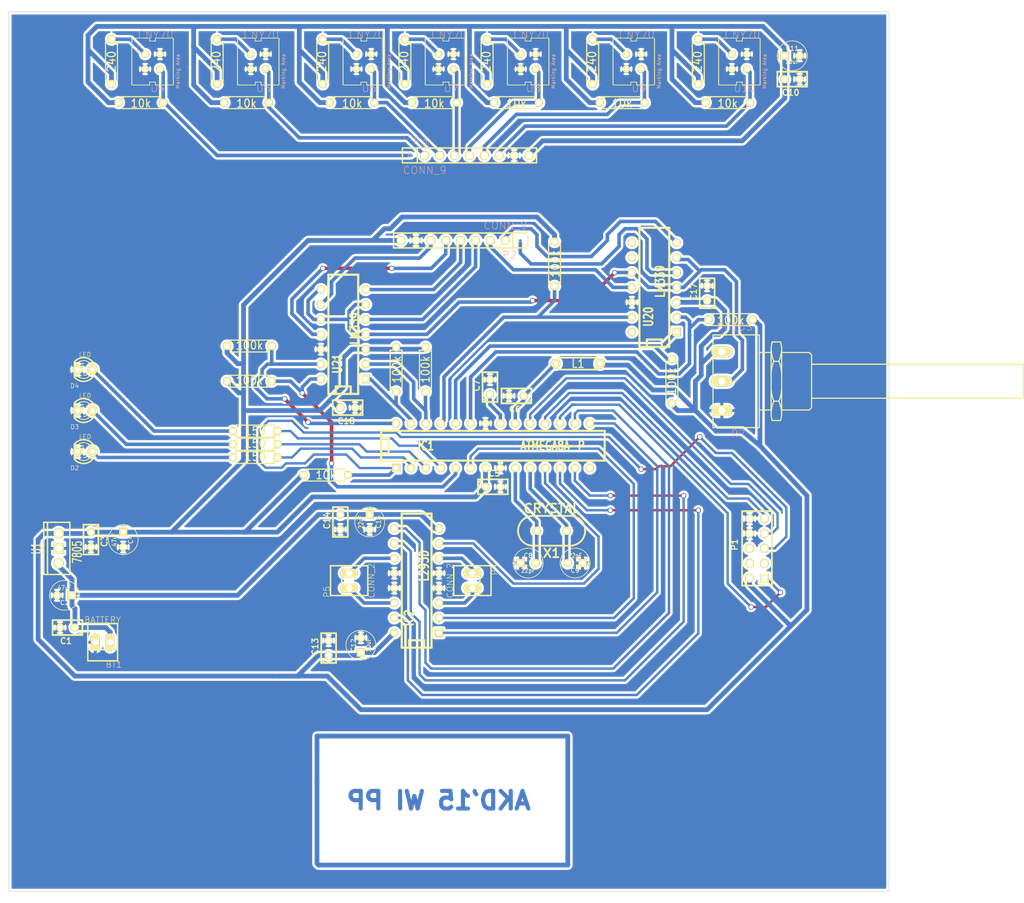
<source format=kicad_pcb>
(kicad_pcb (version 3) (host pcbnew "(2013-07-07 BZR 4022)-stable")
  (layers (15 Gorna signal) (0 Dolna signal))
  (net 0 "")
  (net 1 +5V)
  (net 2 DIR_A1)
  (net 3 DIR_A2)
  (net 4 DIR_B1)
  (net 5 DIR_B2)
  (net 6 GND)
  (net 7 K1)
  (net 8 K2)
  (net 9 K3)
  (net 10 K4)
  (net 11 K5)
  (net 12 K6)
  (net 13 K7)
  (net 14 MISO)
  (net 15 MOSI)
  (net 16 N-000001)
  (net 17 N-0000012)
  (net 18 N-0000013)
  (net 19 N-0000014)
  (net 20 N-0000015)
  (net 21 N-0000016)
  (net 22 N-0000017)
  (net 23 N-0000018)
  (net 24 N-0000019)
  (net 25 N-000002)
  (net 26 N-0000020)
  (net 27 N-0000021)
  (net 28 N-0000022)
  (net 29 N-0000023)
  (net 30 N-0000024)
  (net 31 N-0000025)
  (net 32 N-0000026)
  (net 33 N-0000028)
  (net 34 N-000003)
  (net 35 N-0000030)
  (net 36 N-0000038)
  (net 37 N-0000039)
  (net 38 N-000004)
  (net 39 N-0000040)
  (net 40 N-0000041)
  (net 41 N-0000042)
  (net 42 N-0000043)
  (net 43 N-0000044)
  (net 44 N-0000051)
  (net 45 N-0000052)
  (net 46 N-0000053)
  (net 47 N-0000058)
  (net 48 N-0000059)
  (net 49 N-000006)
  (net 50 N-0000060)
  (net 51 N-000007)
  (net 52 PWM_A)
  (net 53 PWM_B)
  (net 54 RST)
  (net 55 SCK)
  (net 56 VCC)
  (net 57 V_CNY)
  (module R3-LARGE_PADS (layer Gorna) (at 120 92 180)
    (fp_text reference L1)
    (fp_text value 10uH hide)
    (pad 1 thru_hole circle (at -3.81 0 180) (size 1.651 1.651) (drill 0.8128) (layers *.Cu *.Mask Opisowa_Gorna) (net 1 +5V))
    (pad 2 thru_hole circle (at 3.81 0 180) (size 1.651 1.651) (drill 0.8128) (layers *.Cu *.Mask Opisowa_Gorna) (net 37 N-0000039))
  )
  (module R3 (layer Gorna) (at 45.5 47.5)
    (fp_text reference R9 hide)
    (fp_text value 10k)
    (pad 1 thru_hole circle (at -3.81 0) (size 1.397 1.397) (drill 0.8128) (layers *.Cu *.Mask Opisowa_Gorna) (net 57 V_CNY))
    (pad 2 thru_hole circle (at 3.81 0) (size 1.397 1.397) (drill 0.8128) (layers *.Cu *.Mask Opisowa_Gorna) (net 47 N-0000058))
  )
  (module R3 (layer Gorna) (at 127.5 47.5)
    (fp_text reference R14 hide)
    (fp_text value 10k)
    (pad 1 thru_hole circle (at -3.81 0) (size 1.397 1.397) (drill 0.8128) (layers *.Cu *.Mask Opisowa_Gorna) (net 57 V_CNY))
    (pad 2 thru_hole circle (at 3.81 0) (size 1.397 1.397) (drill 0.8128) (layers *.Cu *.Mask Opisowa_Gorna) (net 38 N-000004))
  )
  (module R3 (layer Gorna) (at 145.5 47.5)
    (fp_text reference R15 hide)
    (fp_text value 10k)
    (pad 1 thru_hole circle (at -3.81 0) (size 1.397 1.397) (drill 0.8128) (layers *.Cu *.Mask Opisowa_Gorna) (net 57 V_CNY))
    (pad 2 thru_hole circle (at 3.81 0) (size 1.397 1.397) (drill 0.8128) (layers *.Cu *.Mask Opisowa_Gorna) (net 34 N-000003))
  )
  (module R3 (layer Gorna) (at 109.5 47.5)
    (fp_text reference R13 hide)
    (fp_text value 10k)
    (pad 1 thru_hole circle (at -3.81 0) (size 1.397 1.397) (drill 0.8128) (layers *.Cu *.Mask Opisowa_Gorna) (net 57 V_CNY))
    (pad 2 thru_hole circle (at 3.81 0) (size 1.397 1.397) (drill 0.8128) (layers *.Cu *.Mask Opisowa_Gorna) (net 16 N-000001))
  )
  (module R3 (layer Gorna) (at 95.5 47.5)
    (fp_text reference R12 hide)
    (fp_text value 10k)
    (pad 1 thru_hole circle (at -3.81 0) (size 1.397 1.397) (drill 0.8128) (layers *.Cu *.Mask Opisowa_Gorna) (net 57 V_CNY))
    (pad 2 thru_hole circle (at 3.81 0) (size 1.397 1.397) (drill 0.8128) (layers *.Cu *.Mask Opisowa_Gorna) (net 25 N-000002))
  )
  (module R3 (layer Gorna) (at 81.5 47.5)
    (fp_text reference R11 hide)
    (fp_text value 10k)
    (pad 1 thru_hole circle (at -3.81 0) (size 1.397 1.397) (drill 0.8128) (layers *.Cu *.Mask Opisowa_Gorna) (net 57 V_CNY))
    (pad 2 thru_hole circle (at 3.81 0) (size 1.397 1.397) (drill 0.8128) (layers *.Cu *.Mask Opisowa_Gorna) (net 48 N-0000059))
  )
  (module R3 (layer Gorna) (at 63.5 47.5)
    (fp_text reference R10 hide)
    (fp_text value 10k)
    (pad 1 thru_hole circle (at -3.81 0) (size 1.397 1.397) (drill 0.8128) (layers *.Cu *.Mask Opisowa_Gorna) (net 57 V_CNY))
    (pad 2 thru_hole circle (at 3.81 0) (size 1.397 1.397) (drill 0.8128) (layers *.Cu *.Mask Opisowa_Gorna) (net 50 N-0000060))
  )
  (module R3 (layer Gorna) (at 140.5 40.5 270)
    (fp_text reference R22 hide)
    (fp_text value 240)
    (pad 1 thru_hole circle (at -3.81 0 270) (size 1.397 1.397) (drill 0.8128) (layers *.Cu *.Mask Opisowa_Gorna) (net 26 N-0000020))
    (pad 2 thru_hole circle (at 3.81 0 270) (size 1.397 1.397) (drill 0.8128) (layers *.Cu *.Mask Opisowa_Gorna) (net 57 V_CNY))
  )
  (module R3 (layer Gorna) (at 122.5 40.5 270)
    (fp_text reference R21 hide)
    (fp_text value 240)
    (pad 1 thru_hole circle (at -3.81 0 270) (size 1.397 1.397) (drill 0.8128) (layers *.Cu *.Mask Opisowa_Gorna) (net 24 N-0000019))
    (pad 2 thru_hole circle (at 3.81 0 270) (size 1.397 1.397) (drill 0.8128) (layers *.Cu *.Mask Opisowa_Gorna) (net 57 V_CNY))
  )
  (module R3 (layer Gorna) (at 90.5 40.5 270)
    (fp_text reference R19 hide)
    (fp_text value 240)
    (pad 1 thru_hole circle (at -3.81 0 270) (size 1.397 1.397) (drill 0.8128) (layers *.Cu *.Mask Opisowa_Gorna) (net 22 N-0000017))
    (pad 2 thru_hole circle (at 3.81 0 270) (size 1.397 1.397) (drill 0.8128) (layers *.Cu *.Mask Opisowa_Gorna) (net 57 V_CNY))
  )
  (module R3 (layer Gorna) (at 77 111)
    (fp_text reference R1 hide)
    (fp_text value 10k)
    (pad 1 thru_hole circle (at -3.81 0) (size 1.397 1.397) (drill 0.8128) (layers *.Cu *.Mask Opisowa_Gorna) (net 1 +5V))
    (pad 2 thru_hole circle (at 3.81 0) (size 1.397 1.397) (drill 0.8128) (layers *.Cu *.Mask Opisowa_Gorna) (net 54 RST))
  )
  (module R3 (layer Gorna) (at 76.5 40.5 270)
    (fp_text reference R18 hide)
    (fp_text value 240)
    (pad 1 thru_hole circle (at -3.81 0 270) (size 1.397 1.397) (drill 0.8128) (layers *.Cu *.Mask Opisowa_Gorna) (net 21 N-0000016))
    (pad 2 thru_hole circle (at 3.81 0 270) (size 1.397 1.397) (drill 0.8128) (layers *.Cu *.Mask Opisowa_Gorna) (net 57 V_CNY))
  )
  (module R3 (layer Gorna) (at 58.5 40.5 270)
    (fp_text reference R17 hide)
    (fp_text value 240)
    (pad 1 thru_hole circle (at -3.81 0 270) (size 1.397 1.397) (drill 0.8128) (layers *.Cu *.Mask Opisowa_Gorna) (net 20 N-0000015))
    (pad 2 thru_hole circle (at 3.81 0 270) (size 1.397 1.397) (drill 0.8128) (layers *.Cu *.Mask Opisowa_Gorna) (net 57 V_CNY))
  )
  (module R3 (layer Gorna) (at 40.5 40.5 270)
    (fp_text reference R16 hide)
    (fp_text value 240)
    (pad 1 thru_hole circle (at -3.81 0 270) (size 1.397 1.397) (drill 0.8128) (layers *.Cu *.Mask Opisowa_Gorna) (net 27 N-0000021))
    (pad 2 thru_hole circle (at 3.81 0 270) (size 1.397 1.397) (drill 0.8128) (layers *.Cu *.Mask Opisowa_Gorna) (net 57 V_CNY))
  )
  (module R3 (layer Gorna) (at 104.5 40.5 270)
    (fp_text reference R20 hide)
    (fp_text value 240)
    (pad 1 thru_hole circle (at -3.81 0 270) (size 1.397 1.397) (drill 0.8128) (layers *.Cu *.Mask Opisowa_Gorna) (net 23 N-0000018))
    (pad 2 thru_hole circle (at 3.81 0 270) (size 1.397 1.397) (drill 0.8128) (layers *.Cu *.Mask Opisowa_Gorna) (net 57 V_CNY))
  )
  (module PINHEAD1-2 (layer Gorna) (at 102 129 270)
    (fp_text reference P4)
    (fp_text value CONN_2)
    (pad 1 thru_hole oval (at -1.27 0 270) (size 1.50622 3.01498) (drill 0.99822) (layers *.Cu Pasty_Gorna Opisowa_Gorna Maski_Gorna) (net 28 N-0000022))
    (pad 2 thru_hole oval (at 1.27 0 270) (size 1.50622 3.01498) (drill 0.99822) (layers *.Cu Pasty_Gorna Opisowa_Gorna Maski_Gorna) (net 29 N-0000023))
  )
  (module PINHEAD1-2 (layer Gorna) (at 81 129 90)
    (fp_text reference P5)
    (fp_text value CONN_2)
    (pad 1 thru_hole oval (at -1.27 0 90) (size 1.50622 3.01498) (drill 0.99822) (layers *.Cu Pasty_Gorna Opisowa_Gorna Maski_Gorna) (net 33 N-0000028))
    (pad 2 thru_hole oval (at 1.27 0 90) (size 1.50622 3.01498) (drill 0.99822) (layers *.Cu Pasty_Gorna Opisowa_Gorna Maski_Gorna) (net 30 N-0000024))
  )
  (module PINHEAD1-2 (layer Gorna) (at 39 139.5 180)
    (fp_text reference BT1)
    (fp_text value BATTERY)
    (pad 1 thru_hole oval (at -1.27 0 180) (size 1.50622 3.01498) (drill 0.99822) (layers *.Cu Pasty_Gorna Opisowa_Gorna Maski_Gorna) (net 56 VCC))
    (pad 2 thru_hole oval (at 1.27 0 180) (size 1.50622 3.01498) (drill 0.99822) (layers *.Cu Pasty_Gorna Opisowa_Gorna Maski_Gorna) (net 6 GND))
  )
  (module pinhead-1X09 (layer Gorna) (at 100 71 180)
    (fp_text reference P2)
    (fp_text value CONN_9)
    (pad 1 thru_hole rect (at -10.16 0 180) (size 1.524 0) (drill 1.016) (layers *.Cu Pasty_Gorna Opisowa_Gorna Maski_Gorna) (net 45 N-0000052))
    (pad 2 thru_hole circle (at -7.62 0 180) (size 1.524 3.048) (drill 1.016) (layers *.Cu Pasty_Gorna Opisowa_Gorna Maski_Gorna) (net 44 N-0000051))
    (pad 3 thru_hole circle (at -5.08 0 180) (size 1.524 3.048) (drill 1.016) (layers *.Cu Pasty_Gorna Opisowa_Gorna Maski_Gorna) (net 39 N-0000040))
    (pad 4 thru_hole circle (at -2.54 0 180) (size 1.524 3.048) (drill 1.016) (layers *.Cu Pasty_Gorna Opisowa_Gorna Maski_Gorna) (net 43 N-0000044))
    (pad 5 thru_hole circle (at 0 0 180) (size 1.524 3.048) (drill 1.016) (layers *.Cu Pasty_Gorna Opisowa_Gorna Maski_Gorna) (net 42 N-0000043))
    (pad 6 thru_hole circle (at 2.54 0 180) (size 1.524 3.048) (drill 1.016) (layers *.Cu Pasty_Gorna Opisowa_Gorna Maski_Gorna) (net 41 N-0000042))
    (pad 7 thru_hole circle (at 5.08 0 180) (size 1.524 3.048) (drill 1.016) (layers *.Cu Pasty_Gorna Opisowa_Gorna Maski_Gorna) (net 40 N-0000041))
    (pad 8 thru_hole circle (at 7.62 0 180) (size 1.524 3.048) (drill 1.016) (layers *.Cu Pasty_Gorna Opisowa_Gorna Maski_Gorna) (net 6 GND))
    (pad 9 thru_hole circle (at 10.16 0 180) (size 1.524 3.048) (drill 1.016) (layers *.Cu Pasty_Gorna Opisowa_Gorna Maski_Gorna) (net 1 +5V))
  )
  (module pinhead-1X09 (layer Gorna) (at 101.5 56.5)
    (fp_text reference P3)
    (fp_text value CONN_9)
    (pad 1 thru_hole rect (at -10.16 0) (size 1.524 0) (drill 1.016) (layers *.Cu Pasty_Gorna Opisowa_Gorna Maski_Gorna) (net 47 N-0000058))
    (pad 2 thru_hole circle (at -7.62 0) (size 1.524 3.048) (drill 1.016) (layers *.Cu Pasty_Gorna Opisowa_Gorna Maski_Gorna) (net 50 N-0000060))
    (pad 3 thru_hole circle (at -5.08 0) (size 1.524 3.048) (drill 1.016) (layers *.Cu Pasty_Gorna Opisowa_Gorna Maski_Gorna) (net 48 N-0000059))
    (pad 4 thru_hole circle (at -2.54 0) (size 1.524 3.048) (drill 1.016) (layers *.Cu Pasty_Gorna Opisowa_Gorna Maski_Gorna) (net 25 N-000002))
    (pad 5 thru_hole circle (at 0 0) (size 1.524 3.048) (drill 1.016) (layers *.Cu Pasty_Gorna Opisowa_Gorna Maski_Gorna) (net 16 N-000001))
    (pad 6 thru_hole circle (at 2.54 0) (size 1.524 3.048) (drill 1.016) (layers *.Cu Pasty_Gorna Opisowa_Gorna Maski_Gorna) (net 38 N-000004))
    (pad 7 thru_hole circle (at 5.08 0) (size 1.524 3.048) (drill 1.016) (layers *.Cu Pasty_Gorna Opisowa_Gorna Maski_Gorna) (net 34 N-000003))
    (pad 8 thru_hole circle (at 7.62 0) (size 1.524 3.048) (drill 1.016) (layers *.Cu Pasty_Gorna Opisowa_Gorna Maski_Gorna) (net 6 GND))
    (pad 9 thru_hole circle (at 10.16 0) (size 1.524 3.048) (drill 1.016) (layers *.Cu Pasty_Gorna Opisowa_Gorna Maski_Gorna) (net 57 V_CNY))
  )
  (module PIN_ARRAY_5x2 (layer Gorna) (at 150.5 123.5 90)
    (fp_text reference P1)
    (fp_text value CONN_5X2 hide)
    (pad 1 thru_hole rect (at -5.08 1.27 90) (size 1.524 1.524) (drill 1.016) (layers *.Cu *.Mask Opisowa_Gorna) (net 15 MOSI))
    (pad 2 thru_hole circle (at -5.08 -1.27 90) (size 1.524 1.524) (drill 1.016) (layers *.Cu *.Mask Opisowa_Gorna) (net 1 +5V))
    (pad 3 thru_hole circle (at -2.54 1.27 90) (size 1.524 1.524) (drill 1.016) (layers *.Cu *.Mask Opisowa_Gorna))
    (pad 4 thru_hole circle (at -2.54 -1.27 90) (size 1.524 1.524) (drill 1.016) (layers *.Cu *.Mask Opisowa_Gorna))
    (pad 5 thru_hole circle (at 0 1.27 90) (size 1.524 1.524) (drill 1.016) (layers *.Cu *.Mask Opisowa_Gorna) (net 54 RST))
    (pad 6 thru_hole circle (at 0 -1.27 90) (size 1.524 1.524) (drill 1.016) (layers *.Cu *.Mask Opisowa_Gorna))
    (pad 7 thru_hole circle (at 2.54 1.27 90) (size 1.524 1.524) (drill 1.016) (layers *.Cu *.Mask Opisowa_Gorna) (net 55 SCK))
    (pad 8 thru_hole circle (at 2.54 -1.27 90) (size 1.524 1.524) (drill 1.016) (layers *.Cu *.Mask Opisowa_Gorna) (net 6 GND))
    (pad 9 thru_hole circle (at 5.08 1.27 90) (size 1.524 1.524) (drill 1.016) (layers *.Cu *.Mask Opisowa_Gorna) (net 14 MISO))
    (pad 10 thru_hole circle (at 5.08 -1.27 90) (size 1.524 1.524) (drill 1.016) (layers *.Cu *.Mask Opisowa_Gorna) (net 6 GND))
  )
  (module piher-PC16S (layer Gorna) (at 151 95 90)
    (fp_text reference R7)
    (fp_text value PC16S)
    (pad 1A thru_hole oval (at -4.99872 -6.49986 90) (size 1.79832 3.59918) (drill 1.19888) (layers *.Cu Pasty_Gorna Opisowa_Gorna Maski_Gorna) (net 6 GND))
    (pad 1E thru_hole oval (at 4.99872 -6.49986 90) (size 1.79832 3.59918) (drill 1.19888) (layers *.Cu Pasty_Gorna Opisowa_Gorna Maski_Gorna) (net 1 +5V))
    (pad 1S thru_hole oval (at 0 -6.49986 90) (size 1.79832 3.59918) (drill 1.19888) (layers *.Cu Pasty_Gorna Opisowa_Gorna Maski_Gorna) (net 46 N-0000053))
  )
  (module LM78XXV (layer Gorna) (at 31.5 123.5 180)
    (fp_text reference U1)
    (fp_text value 7805)
    (pad VI thru_hole circle (at 0 -2.54 180) (size 1.778 1.778) (drill 1.143) (layers *.Cu *.Mask Opisowa_Gorna) (net 56 VCC))
    (pad GND thru_hole rect (at 0 0 180) (size 1.778 1.778) (drill 1.143) (layers *.Cu *.Mask Opisowa_Gorna) (net 6 GND))
    (pad VO thru_hole circle (at 0 2.54 180) (size 1.778 1.778) (drill 1.143) (layers *.Cu *.Mask Opisowa_Gorna) (net 1 +5V))
  )
  (module LED-3MM (layer Gorna) (at 36 107 180)
    (fp_text reference D2)
    (fp_text value LED)
    (pad 1 thru_hole circle (at -1.27 0 180) (size 1.6764 1.6764) (drill 0.8128) (layers *.Cu *.Mask Opisowa_Gorna) (net 17 N-0000012))
    (pad 2 thru_hole circle (at 1.27 0 180) (size 1.6764 1.6764) (drill 0.8128) (layers *.Cu *.Mask Opisowa_Gorna) (net 6 GND))
  )
  (module LED-3MM (layer Gorna) (at 36 100 180)
    (fp_text reference D3)
    (fp_text value LED)
    (pad 1 thru_hole circle (at -1.27 0 180) (size 1.6764 1.6764) (drill 0.8128) (layers *.Cu *.Mask Opisowa_Gorna) (net 18 N-0000013))
    (pad 2 thru_hole circle (at 1.27 0 180) (size 1.6764 1.6764) (drill 0.8128) (layers *.Cu *.Mask Opisowa_Gorna) (net 6 GND))
  )
  (module LED-3MM (layer Gorna) (at 36 93 180)
    (fp_text reference D4)
    (fp_text value LED)
    (pad 1 thru_hole circle (at -1.27 0 180) (size 1.6764 1.6764) (drill 0.8128) (layers *.Cu *.Mask Opisowa_Gorna) (net 19 N-0000014))
    (pad 2 thru_hole circle (at 1.27 0 180) (size 1.6764 1.6764) (drill 0.8128) (layers *.Cu *.Mask Opisowa_Gorna) (net 6 GND))
  )
  (module HC-49V (layer Gorna) (at 115.5 120.5 180)
    (fp_text reference X1)
    (fp_text value CRYSTAL)
    (pad 1 thru_hole circle (at -2.54 0 180) (size 1.4224 1.4224) (drill 0.762) (layers *.Cu *.Mask Opisowa_Gorna) (net 31 N-0000025))
    (pad 2 thru_hole circle (at 2.54 0 180) (size 1.4224 1.4224) (drill 0.762) (layers *.Cu *.Mask Opisowa_Gorna) (net 32 N-0000026))
  )
  (module DIP-28__300 (layer Gorna) (at 105.5 106)
    (fp_text reference IC1)
    (fp_text value ATMEGA8A-P)
    (pad 2 thru_hole circle (at -13.97 3.81) (size 1.397 1.397) (drill 0.8128) (layers *.Cu *.Mask Opisowa_Gorna) (net 49 N-000006))
    (pad 3 thru_hole circle (at -11.43 3.81) (size 1.397 1.397) (drill 0.8128) (layers *.Cu *.Mask Opisowa_Gorna) (net 51 N-000007))
    (pad 4 thru_hole circle (at -8.89 3.81) (size 1.397 1.397) (drill 0.8128) (layers *.Cu *.Mask Opisowa_Gorna) (net 36 N-0000038))
    (pad 5 thru_hole circle (at -6.35 3.81) (size 1.397 1.397) (drill 0.8128) (layers *.Cu *.Mask Opisowa_Gorna) (net 13 K7))
    (pad 6 thru_hole circle (at -3.81 3.81) (size 1.397 1.397) (drill 0.8128) (layers *.Cu *.Mask Opisowa_Gorna) (net 2 DIR_A1))
    (pad 7 thru_hole circle (at -1.27 3.81) (size 1.397 1.397) (drill 0.8128) (layers *.Cu *.Mask Opisowa_Gorna) (net 1 +5V))
    (pad 8 thru_hole circle (at 1.27 3.81) (size 1.397 1.397) (drill 0.8128) (layers *.Cu *.Mask Opisowa_Gorna) (net 6 GND))
    (pad 9 thru_hole circle (at 3.81 3.81) (size 1.397 1.397) (drill 0.8128) (layers *.Cu *.Mask Opisowa_Gorna) (net 32 N-0000026))
    (pad 10 thru_hole circle (at 6.35 3.81) (size 1.397 1.397) (drill 0.8128) (layers *.Cu *.Mask Opisowa_Gorna) (net 31 N-0000025))
    (pad 11 thru_hole circle (at 8.89 3.81) (size 1.397 1.397) (drill 0.8128) (layers *.Cu *.Mask Opisowa_Gorna) (net 3 DIR_A2))
    (pad 12 thru_hole circle (at 11.43 3.81) (size 1.397 1.397) (drill 0.8128) (layers *.Cu *.Mask Opisowa_Gorna) (net 4 DIR_B1))
    (pad 13 thru_hole circle (at 13.97 3.81) (size 1.397 1.397) (drill 0.8128) (layers *.Cu *.Mask Opisowa_Gorna) (net 5 DIR_B2))
    (pad 14 thru_hole circle (at 16.51 3.81) (size 1.397 1.397) (drill 0.8128) (layers *.Cu *.Mask Opisowa_Gorna))
    (pad 1 thru_hole rect (at -16.51 3.81) (size 1.397 1.397) (drill 0.8128) (layers *.Cu *.Mask Opisowa_Gorna) (net 54 RST))
    (pad 15 thru_hole circle (at 16.51 -3.81) (size 1.397 1.397) (drill 0.8128) (layers *.Cu *.Mask Opisowa_Gorna) (net 52 PWM_A))
    (pad 16 thru_hole circle (at 13.97 -3.81) (size 1.397 1.397) (drill 0.8128) (layers *.Cu *.Mask Opisowa_Gorna) (net 53 PWM_B))
    (pad 17 thru_hole circle (at 11.43 -3.81) (size 1.397 1.397) (drill 0.8128) (layers *.Cu *.Mask Opisowa_Gorna) (net 15 MOSI))
    (pad 18 thru_hole circle (at 8.89 -3.81) (size 1.397 1.397) (drill 0.8128) (layers *.Cu *.Mask Opisowa_Gorna) (net 14 MISO))
    (pad 19 thru_hole circle (at 6.35 -3.81) (size 1.397 1.397) (drill 0.8128) (layers *.Cu *.Mask Opisowa_Gorna) (net 55 SCK))
    (pad 20 thru_hole circle (at 3.81 -3.81) (size 1.397 1.397) (drill 0.8128) (layers *.Cu *.Mask Opisowa_Gorna) (net 37 N-0000039))
    (pad 21 thru_hole circle (at 1.27 -3.81) (size 1.397 1.397) (drill 0.8128) (layers *.Cu *.Mask Opisowa_Gorna) (net 35 N-0000030))
    (pad 22 thru_hole circle (at -1.27 -3.81) (size 1.397 1.397) (drill 0.8128) (layers *.Cu *.Mask Opisowa_Gorna) (net 6 GND))
    (pad 23 thru_hole circle (at -3.81 -3.81) (size 1.397 1.397) (drill 0.8128) (layers *.Cu *.Mask Opisowa_Gorna) (net 7 K1))
    (pad 24 thru_hole circle (at -6.35 -3.81) (size 1.397 1.397) (drill 0.8128) (layers *.Cu *.Mask Opisowa_Gorna) (net 8 K2))
    (pad 25 thru_hole circle (at -8.89 -3.81) (size 1.397 1.397) (drill 0.8128) (layers *.Cu *.Mask Opisowa_Gorna) (net 9 K3))
    (pad 26 thru_hole circle (at -11.43 -3.81) (size 1.397 1.397) (drill 0.8128) (layers *.Cu *.Mask Opisowa_Gorna) (net 10 K4))
    (pad 27 thru_hole circle (at -13.97 -3.81) (size 1.397 1.397) (drill 0.8128) (layers *.Cu *.Mask Opisowa_Gorna) (net 11 K5))
    (pad 28 thru_hole circle (at -16.51 -3.81) (size 1.397 1.397) (drill 0.8128) (layers *.Cu *.Mask Opisowa_Gorna) (net 12 K6))
  )
  (module DIP-16__300 (layer Gorna) (at 92.5 129 90)
    (fp_text reference IC2)
    (fp_text value L293D)
    (pad 1 thru_hole rect (at -8.89 3.81 90) (size 1.397 1.397) (drill 0.8128) (layers *.Cu *.Mask Opisowa_Gorna) (net 52 PWM_A))
    (pad 2 thru_hole circle (at -6.35 3.81 90) (size 1.397 1.397) (drill 0.8128) (layers *.Cu *.Mask Opisowa_Gorna) (net 2 DIR_A1))
    (pad 3 thru_hole circle (at -3.81 3.81 90) (size 1.397 1.397) (drill 0.8128) (layers *.Cu *.Mask Opisowa_Gorna) (net 29 N-0000023))
    (pad 4 thru_hole circle (at -1.27 3.81 90) (size 1.397 1.397) (drill 0.8128) (layers *.Cu *.Mask Opisowa_Gorna) (net 6 GND))
    (pad 5 thru_hole circle (at 1.27 3.81 90) (size 1.397 1.397) (drill 0.8128) (layers *.Cu *.Mask Opisowa_Gorna) (net 6 GND))
    (pad 6 thru_hole circle (at 3.81 3.81 90) (size 1.397 1.397) (drill 0.8128) (layers *.Cu *.Mask Opisowa_Gorna) (net 28 N-0000022))
    (pad 7 thru_hole circle (at 6.35 3.81 90) (size 1.397 1.397) (drill 0.8128) (layers *.Cu *.Mask Opisowa_Gorna) (net 3 DIR_A2))
    (pad 8 thru_hole circle (at 8.89 3.81 90) (size 1.397 1.397) (drill 0.8128) (layers *.Cu *.Mask Opisowa_Gorna) (net 56 VCC))
    (pad 9 thru_hole circle (at 8.89 -3.81 90) (size 1.397 1.397) (drill 0.8128) (layers *.Cu *.Mask Opisowa_Gorna) (net 53 PWM_B))
    (pad 10 thru_hole circle (at 6.35 -3.81 90) (size 1.397 1.397) (drill 0.8128) (layers *.Cu *.Mask Opisowa_Gorna) (net 5 DIR_B2))
    (pad 11 thru_hole circle (at 3.81 -3.81 90) (size 1.397 1.397) (drill 0.8128) (layers *.Cu *.Mask Opisowa_Gorna) (net 30 N-0000024))
    (pad 12 thru_hole circle (at 1.27 -3.81 90) (size 1.397 1.397) (drill 0.8128) (layers *.Cu *.Mask Opisowa_Gorna) (net 6 GND))
    (pad 13 thru_hole circle (at -1.27 -3.81 90) (size 1.397 1.397) (drill 0.8128) (layers *.Cu *.Mask Opisowa_Gorna) (net 6 GND))
    (pad 14 thru_hole circle (at -3.81 -3.81 90) (size 1.397 1.397) (drill 0.8128) (layers *.Cu *.Mask Opisowa_Gorna) (net 33 N-0000028))
    (pad 15 thru_hole circle (at -6.35 -3.81 90) (size 1.397 1.397) (drill 0.8128) (layers *.Cu *.Mask Opisowa_Gorna) (net 4 DIR_B1))
    (pad 16 thru_hole circle (at -8.89 -3.81 90) (size 1.397 1.397) (drill 0.8128) (layers *.Cu *.Mask Opisowa_Gorna) (net 1 +5V))
  )
  (module cny70-4 (layer Gorna) (at 47.5 40.5)
    (fp_text reference U4)
    (fp_text value CNY70)
    (pad A thru_hole circle (at -1.27 -1.27) (size 1.27 1.27) (drill 0.6096) (layers *.Cu Pasty_Gorna Opisowa_Gorna Maski_Gorna) (net 27 N-0000021))
    (pad C thru_hole circle (at 1.27 1.27) (size 1.27 1.27) (drill 0.6096) (layers *.Cu Pasty_Gorna Opisowa_Gorna Maski_Gorna) (net 47 N-0000058))
    (pad E thru_hole circle (at 1.27 -1.27) (size 1.27 1.27) (drill 0.6096) (layers *.Cu Pasty_Gorna Opisowa_Gorna Maski_Gorna) (net 6 GND))
    (pad K thru_hole circle (at -1.27 1.27) (size 1.27 1.27) (drill 0.6096) (layers *.Cu Pasty_Gorna Opisowa_Gorna Maski_Gorna) (net 6 GND))
  )
  (module cny70-4 (layer Gorna) (at 147.5 40.5)
    (fp_text reference U10)
    (fp_text value CNY70)
    (pad A thru_hole circle (at -1.27 -1.27) (size 1.27 1.27) (drill 0.6096) (layers *.Cu Pasty_Gorna Opisowa_Gorna Maski_Gorna) (net 26 N-0000020))
    (pad C thru_hole circle (at 1.27 1.27) (size 1.27 1.27) (drill 0.6096) (layers *.Cu Pasty_Gorna Opisowa_Gorna Maski_Gorna) (net 34 N-000003))
    (pad E thru_hole circle (at 1.27 -1.27) (size 1.27 1.27) (drill 0.6096) (layers *.Cu Pasty_Gorna Opisowa_Gorna Maski_Gorna) (net 6 GND))
    (pad K thru_hole circle (at -1.27 1.27) (size 1.27 1.27) (drill 0.6096) (layers *.Cu Pasty_Gorna Opisowa_Gorna Maski_Gorna) (net 6 GND))
  )
  (module cny70-4 (layer Gorna) (at 129.5 40.5)
    (fp_text reference U9)
    (fp_text value CNY70)
    (pad A thru_hole circle (at -1.27 -1.27) (size 1.27 1.27) (drill 0.6096) (layers *.Cu Pasty_Gorna Opisowa_Gorna Maski_Gorna) (net 24 N-0000019))
    (pad C thru_hole circle (at 1.27 1.27) (size 1.27 1.27) (drill 0.6096) (layers *.Cu Pasty_Gorna Opisowa_Gorna Maski_Gorna) (net 38 N-000004))
    (pad E thru_hole circle (at 1.27 -1.27) (size 1.27 1.27) (drill 0.6096) (layers *.Cu Pasty_Gorna Opisowa_Gorna Maski_Gorna) (net 6 GND))
    (pad K thru_hole circle (at -1.27 1.27) (size 1.27 1.27) (drill 0.6096) (layers *.Cu Pasty_Gorna Opisowa_Gorna Maski_Gorna) (net 6 GND))
  )
  (module cny70-4 (layer Gorna) (at 65.5 40.5)
    (fp_text reference U5)
    (fp_text value CNY70)
    (pad A thru_hole circle (at -1.27 -1.27) (size 1.27 1.27) (drill 0.6096) (layers *.Cu Pasty_Gorna Opisowa_Gorna Maski_Gorna) (net 20 N-0000015))
    (pad C thru_hole circle (at 1.27 1.27) (size 1.27 1.27) (drill 0.6096) (layers *.Cu Pasty_Gorna Opisowa_Gorna Maski_Gorna) (net 50 N-0000060))
    (pad E thru_hole circle (at 1.27 -1.27) (size 1.27 1.27) (drill 0.6096) (layers *.Cu Pasty_Gorna Opisowa_Gorna Maski_Gorna) (net 6 GND))
    (pad K thru_hole circle (at -1.27 1.27) (size 1.27 1.27) (drill 0.6096) (layers *.Cu Pasty_Gorna Opisowa_Gorna Maski_Gorna) (net 6 GND))
  )
  (module cny70-4 (layer Gorna) (at 83.5 40.5)
    (fp_text reference U6)
    (fp_text value CNY70)
    (pad A thru_hole circle (at -1.27 -1.27) (size 1.27 1.27) (drill 0.6096) (layers *.Cu Pasty_Gorna Opisowa_Gorna Maski_Gorna) (net 21 N-0000016))
    (pad C thru_hole circle (at 1.27 1.27) (size 1.27 1.27) (drill 0.6096) (layers *.Cu Pasty_Gorna Opisowa_Gorna Maski_Gorna) (net 48 N-0000059))
    (pad E thru_hole circle (at 1.27 -1.27) (size 1.27 1.27) (drill 0.6096) (layers *.Cu Pasty_Gorna Opisowa_Gorna Maski_Gorna) (net 6 GND))
    (pad K thru_hole circle (at -1.27 1.27) (size 1.27 1.27) (drill 0.6096) (layers *.Cu Pasty_Gorna Opisowa_Gorna Maski_Gorna) (net 6 GND))
  )
  (module cny70-4 (layer Gorna) (at 97.5 40.5)
    (fp_text reference U7)
    (fp_text value CNY70)
    (pad A thru_hole circle (at -1.27 -1.27) (size 1.27 1.27) (drill 0.6096) (layers *.Cu Pasty_Gorna Opisowa_Gorna Maski_Gorna) (net 22 N-0000017))
    (pad C thru_hole circle (at 1.27 1.27) (size 1.27 1.27) (drill 0.6096) (layers *.Cu Pasty_Gorna Opisowa_Gorna Maski_Gorna) (net 25 N-000002))
    (pad E thru_hole circle (at 1.27 -1.27) (size 1.27 1.27) (drill 0.6096) (layers *.Cu Pasty_Gorna Opisowa_Gorna Maski_Gorna) (net 6 GND))
    (pad K thru_hole circle (at -1.27 1.27) (size 1.27 1.27) (drill 0.6096) (layers *.Cu Pasty_Gorna Opisowa_Gorna Maski_Gorna) (net 6 GND))
  )
  (module cny70-4 (layer Gorna) (at 111.5 40.5)
    (fp_text reference U8)
    (fp_text value CNY70)
    (pad A thru_hole circle (at -1.27 -1.27) (size 1.27 1.27) (drill 0.6096) (layers *.Cu Pasty_Gorna Opisowa_Gorna Maski_Gorna) (net 23 N-0000018))
    (pad C thru_hole circle (at 1.27 1.27) (size 1.27 1.27) (drill 0.6096) (layers *.Cu Pasty_Gorna Opisowa_Gorna Maski_Gorna) (net 16 N-000001))
    (pad E thru_hole circle (at 1.27 -1.27) (size 1.27 1.27) (drill 0.6096) (layers *.Cu Pasty_Gorna Opisowa_Gorna Maski_Gorna) (net 6 GND))
    (pad K thru_hole circle (at -1.27 1.27) (size 1.27 1.27) (drill 0.6096) (layers *.Cu Pasty_Gorna Opisowa_Gorna Maski_Gorna) (net 6 GND))
  )
  (module C1V5 (layer Gorna) (at 84.5 119 270)
    (fp_text reference C15)
    (fp_text value 22uF)
    (pad 1 thru_hole rect (at -1.27 0 270) (size 1.397 1.397) (drill 0.8128) (layers *.Cu *.Mask Opisowa_Gorna) (net 56 VCC))
    (pad 2 thru_hole circle (at 1.27 0 270) (size 1.397 1.397) (drill 0.8128) (layers *.Cu *.Mask Opisowa_Gorna) (net 6 GND))
  )
  (module C1V5 (layer Gorna) (at 119.5 126 180)
    (fp_text reference C9)
    (fp_text value 22pF)
    (pad 1 thru_hole rect (at -1.27 0 180) (size 1.397 1.397) (drill 0.8128) (layers *.Cu *.Mask Opisowa_Gorna) (net 6 GND))
    (pad 2 thru_hole circle (at 1.27 0 180) (size 1.397 1.397) (drill 0.8128) (layers *.Cu *.Mask Opisowa_Gorna) (net 31 N-0000025))
  )
  (module C1V5 (layer Gorna) (at 111.5 126)
    (fp_text reference C8)
    (fp_text value 22pF)
    (pad 1 thru_hole rect (at -1.27 0) (size 1.397 1.397) (drill 0.8128) (layers *.Cu *.Mask Opisowa_Gorna) (net 6 GND))
    (pad 2 thru_hole circle (at 1.27 0) (size 1.397 1.397) (drill 0.8128) (layers *.Cu *.Mask Opisowa_Gorna) (net 32 N-0000026))
  )
  (module C1V5 (layer Gorna) (at 42.5 122 270)
    (fp_text reference C4)
    (fp_text value 47uF)
    (pad 1 thru_hole rect (at -1.27 0 270) (size 1.397 1.397) (drill 0.8128) (layers *.Cu *.Mask Opisowa_Gorna) (net 1 +5V))
    (pad 2 thru_hole circle (at 1.27 0 270) (size 1.397 1.397) (drill 0.8128) (layers *.Cu *.Mask Opisowa_Gorna) (net 6 GND))
  )
  (module C1V5 (layer Gorna) (at 156.5 39.5)
    (fp_text reference C11)
    (fp_text value 10uF)
    (pad 1 thru_hole rect (at -1.27 0) (size 1.397 1.397) (drill 0.8128) (layers *.Cu *.Mask Opisowa_Gorna) (net 57 V_CNY))
    (pad 2 thru_hole circle (at 1.27 0) (size 1.397 1.397) (drill 0.8128) (layers *.Cu *.Mask Opisowa_Gorna) (net 6 GND))
  )
  (module C1V5 (layer Gorna) (at 32.5 131.5 180)
    (fp_text reference C2)
    (fp_text value 47uF)
    (pad 1 thru_hole rect (at -1.27 0 180) (size 1.397 1.397) (drill 0.8128) (layers *.Cu *.Mask Opisowa_Gorna) (net 56 VCC))
    (pad 2 thru_hole circle (at 1.27 0 180) (size 1.397 1.397) (drill 0.8128) (layers *.Cu *.Mask Opisowa_Gorna) (net 6 GND))
  )
  (module C1V5 (layer Gorna) (at 83 140 90)
    (fp_text reference C12)
    (fp_text value 10uF)
    (pad 1 thru_hole rect (at -1.27 0 90) (size 1.397 1.397) (drill 0.8128) (layers *.Cu *.Mask Opisowa_Gorna) (net 1 +5V))
    (pad 2 thru_hole circle (at 1.27 0 90) (size 1.397 1.397) (drill 0.8128) (layers *.Cu *.Mask Opisowa_Gorna) (net 6 GND))
  )
  (module C1 (layer Gorna) (at 79.5 119 90)
    (fp_text reference C14)
    (fp_text value 100nF hide)
    (pad 1 thru_hole circle (at -1.27 0 90) (size 1.397 1.397) (drill 0.8128) (layers *.Cu *.Mask Opisowa_Gorna) (net 6 GND))
    (pad 2 thru_hole circle (at 1.27 0 90) (size 1.397 1.397) (drill 0.8128) (layers *.Cu *.Mask Opisowa_Gorna) (net 56 VCC))
  )
  (module C1 (layer Gorna) (at 105 96 90)
    (fp_text reference C7)
    (fp_text value 100nF hide)
    (pad 1 thru_hole circle (at -1.27 0 90) (size 1.397 1.397) (drill 0.8128) (layers *.Cu *.Mask Opisowa_Gorna) (net 35 N-0000030))
    (pad 2 thru_hole circle (at 1.27 0 90) (size 1.397 1.397) (drill 0.8128) (layers *.Cu *.Mask Opisowa_Gorna) (net 6 GND))
  )
  (module C1 (layer Gorna) (at 77.5 140.5 90)
    (fp_text reference C13)
    (fp_text value 100nF hide)
    (pad 1 thru_hole circle (at -1.27 0 90) (size 1.397 1.397) (drill 0.8128) (layers *.Cu *.Mask Opisowa_Gorna) (net 1 +5V))
    (pad 2 thru_hole circle (at 1.27 0 90) (size 1.397 1.397) (drill 0.8128) (layers *.Cu *.Mask Opisowa_Gorna) (net 6 GND))
  )
  (module C1 (layer Gorna) (at 109.5 97.5 180)
    (fp_text reference C6)
    (fp_text value 100nF hide)
    (pad 1 thru_hole circle (at -1.27 0 180) (size 1.397 1.397) (drill 0.8128) (layers *.Cu *.Mask Opisowa_Gorna) (net 37 N-0000039))
    (pad 2 thru_hole circle (at 1.27 0 180) (size 1.397 1.397) (drill 0.8128) (layers *.Cu *.Mask Opisowa_Gorna) (net 6 GND))
  )
  (module C1 (layer Gorna) (at 105.5 113)
    (fp_text reference C5)
    (fp_text value 100nF hide)
    (pad 1 thru_hole circle (at -1.27 0) (size 1.397 1.397) (drill 0.8128) (layers *.Cu *.Mask Opisowa_Gorna) (net 1 +5V))
    (pad 2 thru_hole circle (at 1.27 0) (size 1.397 1.397) (drill 0.8128) (layers *.Cu *.Mask Opisowa_Gorna) (net 6 GND))
  )
  (module C1 (layer Gorna) (at 156.5 43.5 180)
    (fp_text reference C10)
    (fp_text value 100nF hide)
    (pad 1 thru_hole circle (at -1.27 0 180) (size 1.397 1.397) (drill 0.8128) (layers *.Cu *.Mask Opisowa_Gorna) (net 6 GND))
    (pad 2 thru_hole circle (at 1.27 0 180) (size 1.397 1.397) (drill 0.8128) (layers *.Cu *.Mask Opisowa_Gorna) (net 57 V_CNY))
  )
  (module C1 (layer Gorna) (at 37 122 270)
    (fp_text reference C3)
    (fp_text value 100nF hide)
    (pad 1 thru_hole circle (at -1.27 0 270) (size 1.397 1.397) (drill 0.8128) (layers *.Cu *.Mask Opisowa_Gorna) (net 1 +5V))
    (pad 2 thru_hole circle (at 1.27 0 270) (size 1.397 1.397) (drill 0.8128) (layers *.Cu *.Mask Opisowa_Gorna) (net 6 GND))
  )
  (module C1 (layer Gorna) (at 33 137 180)
    (fp_text reference C1)
    (fp_text value 100nF hide)
    (pad 1 thru_hole circle (at -1.27 0 180) (size 1.397 1.397) (drill 0.8128) (layers *.Cu *.Mask Opisowa_Gorna) (net 56 VCC))
    (pad 2 thru_hole circle (at 1.27 0 180) (size 1.397 1.397) (drill 0.8128) (layers *.Cu *.Mask Opisowa_Gorna) (net 6 GND))
  )
  (module C1 (layer Gorna) (at 142 80 90)
    (fp_text reference C17)
    (fp_text value 100nF hide)
    (pad 1 thru_hole circle (at -1.27 0 90) (size 1.397 1.397) (drill 0.8128) (layers *.Cu *.Mask Opisowa_Gorna) (net 1 +5V))
    (pad 2 thru_hole circle (at 1.27 0 90) (size 1.397 1.397) (drill 0.8128) (layers *.Cu *.Mask Opisowa_Gorna) (net 6 GND))
  )
  (module R3 (layer Gorna) (at 146 84.5)
    (fp_text reference R41 hide)
    (fp_text value 100k)
    (pad 1 thru_hole circle (at -3.81 0) (size 1.397 1.397) (drill 0.8128) (layers *.Cu *.Mask Opisowa_Gorna) (net 7 K1))
    (pad 2 thru_hole circle (at 3.81 0) (size 1.397 1.397) (drill 0.8128) (layers *.Cu *.Mask Opisowa_Gorna) (net 1 +5V))
  )
  (module R3 (layer Gorna) (at 136 95 270)
    (fp_text reference R42 hide)
    (fp_text value 100k)
    (pad 1 thru_hole circle (at -3.81 0 270) (size 1.397 1.397) (drill 0.8128) (layers *.Cu *.Mask Opisowa_Gorna) (net 8 K2))
    (pad 2 thru_hole circle (at 3.81 0 270) (size 1.397 1.397) (drill 0.8128) (layers *.Cu *.Mask Opisowa_Gorna) (net 1 +5V))
  )
  (module R3 (layer Gorna) (at 116 75 90)
    (fp_text reference R43 hide)
    (fp_text value 100k)
    (pad 1 thru_hole circle (at -3.81 0 90) (size 1.397 1.397) (drill 0.8128) (layers *.Cu *.Mask Opisowa_Gorna) (net 9 K3))
    (pad 2 thru_hole circle (at 3.81 0 90) (size 1.397 1.397) (drill 0.8128) (layers *.Cu *.Mask Opisowa_Gorna) (net 1 +5V))
  )
  (module R3 (layer Gorna) (at 94 93 90)
    (fp_text reference R44 hide)
    (fp_text value 100k)
    (pad 1 thru_hole circle (at -3.81 0 90) (size 1.397 1.397) (drill 0.8128) (layers *.Cu *.Mask Opisowa_Gorna) (net 10 K4))
    (pad 2 thru_hole circle (at 3.81 0 90) (size 1.397 1.397) (drill 0.8128) (layers *.Cu *.Mask Opisowa_Gorna) (net 1 +5V))
  )
  (module R3 (layer Gorna) (at 89 93 90)
    (fp_text reference R45 hide)
    (fp_text value 100k)
    (pad 1 thru_hole circle (at -3.81 0 90) (size 1.397 1.397) (drill 0.8128) (layers *.Cu *.Mask Opisowa_Gorna) (net 11 K5))
    (pad 2 thru_hole circle (at 3.81 0 90) (size 1.397 1.397) (drill 0.8128) (layers *.Cu *.Mask Opisowa_Gorna) (net 1 +5V))
  )
  (module R3 (layer Gorna) (at 64 89 180)
    (fp_text reference R46 hide)
    (fp_text value 100k)
    (pad 1 thru_hole circle (at -3.81 0 180) (size 1.397 1.397) (drill 0.8128) (layers *.Cu *.Mask Opisowa_Gorna) (net 12 K6))
    (pad 2 thru_hole circle (at 3.81 0 180) (size 1.397 1.397) (drill 0.8128) (layers *.Cu *.Mask Opisowa_Gorna) (net 1 +5V))
  )
  (module R3 (layer Gorna) (at 64 95 180)
    (fp_text reference R47 hide)
    (fp_text value 100k)
    (pad 1 thru_hole circle (at -3.81 0 180) (size 1.397 1.397) (drill 0.8128) (layers *.Cu *.Mask Opisowa_Gorna) (net 13 K7))
    (pad 2 thru_hole circle (at 3.81 0 180) (size 1.397 1.397) (drill 0.8128) (layers *.Cu *.Mask Opisowa_Gorna) (net 1 +5V))
  )
  (module C1 (layer Gorna) (at 80.75 99.5 180)
    (fp_text reference C18)
    (fp_text value 100nF hide)
    (pad 1 thru_hole circle (at -1.27 0 180) (size 1.397 1.397) (drill 0.8128) (layers *.Cu *.Mask Opisowa_Gorna) (net 6 GND))
    (pad 2 thru_hole circle (at 1.27 0 180) (size 1.397 1.397) (drill 0.8128) (layers *.Cu *.Mask Opisowa_Gorna) (net 1 +5V))
  )
  (module R3 (layer Gorna) (at 65 108 180)
    (fp_text reference R3 hide)
    (fp_text value 150)
    (pad 1 thru_hole circle (at -3.81 0 180) (size 1.397 1.397) (drill 0.8128) (layers *.Cu *.Mask Opisowa_Gorna) (net 49 N-000006))
    (pad 2 thru_hole circle (at 3.81 0 180) (size 1.397 1.397) (drill 0.8128) (layers *.Cu *.Mask Opisowa_Gorna) (net 17 N-0000012))
  )
  (module R3 (layer Gorna) (at 65 105.75 180)
    (fp_text reference R4 hide)
    (fp_text value 150)
    (pad 1 thru_hole circle (at -3.81 0 180) (size 1.397 1.397) (drill 0.8128) (layers *.Cu *.Mask Opisowa_Gorna) (net 51 N-000007))
    (pad 2 thru_hole circle (at 3.81 0 180) (size 1.397 1.397) (drill 0.8128) (layers *.Cu *.Mask Opisowa_Gorna) (net 18 N-0000013))
  )
  (module R3 (layer Gorna) (at 65 103.5 180)
    (fp_text reference R5 hide)
    (fp_text value 150)
    (pad 1 thru_hole circle (at -3.81 0 180) (size 1.397 1.397) (drill 0.8128) (layers *.Cu *.Mask Opisowa_Gorna) (net 36 N-0000038))
    (pad 2 thru_hole circle (at 3.81 0 180) (size 1.397 1.397) (drill 0.8128) (layers *.Cu *.Mask Opisowa_Gorna) (net 19 N-0000014))
  )
  (module DIP-14__300 (layer Gorna) (at 133 79 90)
    (fp_text reference U20)
    (fp_text value LM339)
    (pad 1 thru_hole rect (at -7.62 3.81 90) (size 1.397 1.397) (drill 0.8128) (layers *.Cu *.Mask Opisowa_Gorna) (net 8 K2))
    (pad 2 thru_hole circle (at -5.08 3.81 90) (size 1.397 1.397) (drill 0.8128) (layers *.Cu *.Mask Opisowa_Gorna) (net 7 K1))
    (pad 3 thru_hole circle (at -2.54 3.81 90) (size 1.397 1.397) (drill 0.8128) (layers *.Cu *.Mask Opisowa_Gorna) (net 1 +5V))
    (pad 4 thru_hole circle (at 0 3.81 90) (size 1.397 1.397) (drill 0.8128) (layers *.Cu *.Mask Opisowa_Gorna) (net 46 N-0000053))
    (pad 5 thru_hole circle (at 2.54 3.81 90) (size 1.397 1.397) (drill 0.8128) (layers *.Cu *.Mask Opisowa_Gorna) (net 45 N-0000052))
    (pad 6 thru_hole circle (at 5.08 3.81 90) (size 1.397 1.397) (drill 0.8128) (layers *.Cu *.Mask Opisowa_Gorna) (net 46 N-0000053))
    (pad 7 thru_hole circle (at 7.62 3.81 90) (size 1.397 1.397) (drill 0.8128) (layers *.Cu *.Mask Opisowa_Gorna) (net 44 N-0000051))
    (pad 8 thru_hole circle (at 7.62 -3.81 90) (size 1.397 1.397) (drill 0.8128) (layers *.Cu *.Mask Opisowa_Gorna))
    (pad 9 thru_hole circle (at 5.08 -3.81 90) (size 1.397 1.397) (drill 0.8128) (layers *.Cu *.Mask Opisowa_Gorna))
    (pad 10 thru_hole circle (at 2.54 -3.81 90) (size 1.397 1.397) (drill 0.8128) (layers *.Cu *.Mask Opisowa_Gorna) (net 46 N-0000053))
    (pad 11 thru_hole circle (at 0 -3.81 90) (size 1.397 1.397) (drill 0.8128) (layers *.Cu *.Mask Opisowa_Gorna) (net 39 N-0000040))
    (pad 12 thru_hole circle (at -2.54 -3.81 90) (size 1.397 1.397) (drill 0.8128) (layers *.Cu *.Mask Opisowa_Gorna) (net 6 GND))
    (pad 13 thru_hole circle (at -5.08 -3.81 90) (size 1.397 1.397) (drill 0.8128) (layers *.Cu *.Mask Opisowa_Gorna) (net 9 K3))
    (pad 14 thru_hole circle (at -7.62 -3.81 90) (size 1.397 1.397) (drill 0.8128) (layers *.Cu *.Mask Opisowa_Gorna))
  )
  (module DIP-14__300 (layer Gorna) (at 80 87 90)
    (fp_text reference U21)
    (fp_text value LM339)
    (pad 1 thru_hole rect (at -7.62 3.81 90) (size 1.397 1.397) (drill 0.8128) (layers *.Cu *.Mask Opisowa_Gorna) (net 11 K5))
    (pad 2 thru_hole circle (at -5.08 3.81 90) (size 1.397 1.397) (drill 0.8128) (layers *.Cu *.Mask Opisowa_Gorna) (net 10 K4))
    (pad 3 thru_hole circle (at -2.54 3.81 90) (size 1.397 1.397) (drill 0.8128) (layers *.Cu *.Mask Opisowa_Gorna) (net 1 +5V))
    (pad 4 thru_hole circle (at 0 3.81 90) (size 1.397 1.397) (drill 0.8128) (layers *.Cu *.Mask Opisowa_Gorna) (net 46 N-0000053))
    (pad 5 thru_hole circle (at 2.54 3.81 90) (size 1.397 1.397) (drill 0.8128) (layers *.Cu *.Mask Opisowa_Gorna) (net 43 N-0000044))
    (pad 6 thru_hole circle (at 5.08 3.81 90) (size 1.397 1.397) (drill 0.8128) (layers *.Cu *.Mask Opisowa_Gorna) (net 46 N-0000053))
    (pad 7 thru_hole circle (at 7.62 3.81 90) (size 1.397 1.397) (drill 0.8128) (layers *.Cu *.Mask Opisowa_Gorna) (net 42 N-0000043))
    (pad 8 thru_hole circle (at 7.62 -3.81 90) (size 1.397 1.397) (drill 0.8128) (layers *.Cu *.Mask Opisowa_Gorna) (net 46 N-0000053))
    (pad 9 thru_hole circle (at 5.08 -3.81 90) (size 1.397 1.397) (drill 0.8128) (layers *.Cu *.Mask Opisowa_Gorna) (net 40 N-0000041))
    (pad 10 thru_hole circle (at 2.54 -3.81 90) (size 1.397 1.397) (drill 0.8128) (layers *.Cu *.Mask Opisowa_Gorna) (net 46 N-0000053))
    (pad 11 thru_hole circle (at 0 -3.81 90) (size 1.397 1.397) (drill 0.8128) (layers *.Cu *.Mask Opisowa_Gorna) (net 41 N-0000042))
    (pad 12 thru_hole circle (at -2.54 -3.81 90) (size 1.397 1.397) (drill 0.8128) (layers *.Cu *.Mask Opisowa_Gorna) (net 6 GND))
    (pad 13 thru_hole circle (at -5.08 -3.81 90) (size 1.397 1.397) (drill 0.8128) (layers *.Cu *.Mask Opisowa_Gorna) (net 12 K6))
    (pad 14 thru_hole circle (at -7.62 -3.81 90) (size 1.397 1.397) (drill 0.8128) (layers *.Cu *.Mask Opisowa_Gorna) (net 13 K7))
  )
  (gr_text "AKD’15 WI PP" (at 96.25 166.5) (layer Dolna) (effects (font (size 3 3) (thickness 0.7)) (justify mirror)))
  (segment (start 75.52 157.5) (end 75.52 155.5) (width 0.8128) (layer Dolna) (net 0))
  (segment (start 75.52 155.5) (end 77.25 155.5) (width 0.8128) (layer Dolna) (net 0))
  (segment (start 75.52 163.5) (end 75.52 157.5) (width 0.8128) (layer Dolna) (net 0))
  (segment (start 117.25 155.5) (end 118.25 155.5) (width 0.8128) (layer Dolna) (net 0))
  (segment (start 75.52 163.5) (end 75.52 177.23) (width 0.8128) (layer Dolna) (net 0))
  (segment (start 75.52 177.23) (end 75.79 177.5) (width 0.8128) (layer Dolna) (net 0))
  (segment (start 75.79 177.5) (end 118.25 177.5) (width 0.8128) (layer Dolna) (net 0))
  (segment (start 118.25 177.5) (end 118.25 155.5) (width 0.8128) (layer Dolna) (net 0))
  (segment (start 117.25 155.5) (end 77.25 155.5) (width 0.8128) (layer Dolna) (net 0))
  (segment (start 144.50014 90.00128) (end 142.99872 90.00128) (width 0.8128) (layer Dolna) (net 1))
  (segment (start 142.99872 90.00128) (end 141 92) (width 0.8128) (layer Dolna) (net 1))
  (segment (start 69 145.27) (end 77.27 145.27) (width 0.8128) (layer Dolna) (net 1))
  (segment (start 142 151) (end 145 148) (width 0.8128) (layer Dolna) (net 1))
  (segment (start 83 151) (end 142 151) (width 0.8128) (layer Dolna) (net 1))
  (segment (start 77.27 145.27) (end 83 151) (width 0.8128) (layer Dolna) (net 1))
  (segment (start 134 96.5) (end 132.75 96.5) (width 0.8128) (layer Dolna) (net 1))
  (segment (start 124.06 92.25) (end 123.81 92) (width 0.8128) (layer Dolna) (net 1))
  (segment (start 128.5 92.25) (end 124.06 92.25) (width 0.8128) (layer Dolna) (net 1))
  (segment (start 132.75 96.5) (end 128.5 92.25) (width 0.8128) (layer Dolna) (net 1))
  (segment (start 73.19 111) (end 73 111) (width 0.8128) (layer Dolna) (net 1))
  (segment (start 73 111) (end 63.27 120.73) (width 0.8128) (layer Dolna) (net 1))
  (segment (start 79.48 99.5) (end 79.25 99.5) (width 0.8128) (layer Dolna) (net 1))
  (segment (start 79.25 99.5) (end 77.875 98.125) (width 0.8128) (layer Dolna) (net 1))
  (segment (start 87 89.54) (end 88.65 89.54) (width 0.8128) (layer Dolna) (net 1))
  (segment (start 88.65 89.54) (end 89 89.19) (width 0.8128) (layer Dolna) (net 1))
  (segment (start 83.81 89.54) (end 87 89.54) (width 0.8128) (layer Dolna) (net 1))
  (segment (start 87 89.54) (end 93.65 89.54) (width 0.8128) (layer Dolna) (net 1))
  (segment (start 93.65 89.54) (end 94 89.19) (width 0.8128) (layer Dolna) (net 1))
  (segment (start 63 92) (end 62 92) (width 0.8128) (layer Dolna) (net 1))
  (segment (start 60.19 90.19) (end 60.19 89) (width 0.8128) (layer Dolna) (net 1))
  (segment (start 62 92) (end 60.19 90.19) (width 0.8128) (layer Dolna) (net 1))
  (segment (start 63 97) (end 62.19 97) (width 0.8128) (layer Dolna) (net 1))
  (segment (start 62.19 97) (end 60.19 95) (width 0.8128) (layer Dolna) (net 1))
  (segment (start 142 81.27) (end 143.27 81.27) (width 0.8128) (layer Dolna) (net 1))
  (segment (start 143.27 81.27) (end 144 82) (width 0.8128) (layer Dolna) (net 1))
  (segment (start 149.81 84.5) (end 150 84.5) (width 0.8128) (layer Dolna) (net 1))
  (segment (start 151 85.5) (end 151 106) (width 0.8128) (layer Dolna) (net 1))
  (segment (start 150 84.5) (end 151 85.5) (width 0.8128) (layer Dolna) (net 1))
  (segment (start 136.81 81.54) (end 143.54 81.54) (width 0.8128) (layer Dolna) (net 1))
  (segment (start 140 95) (end 140 100) (width 0.8128) (layer Dolna) (net 1))
  (segment (start 141 94) (end 140 95) (width 0.8128) (layer Dolna) (net 1))
  (segment (start 143.54 81.54) (end 144 82) (width 0.8128) (layer Dolna) (net 1))
  (segment (start 144 82) (end 145 83) (width 0.8128) (layer Dolna) (net 1))
  (segment (start 136 98.81) (end 136 99) (width 0.8128) (layer Dolna) (net 1))
  (segment (start 137 100) (end 140 100) (width 0.8128) (layer Dolna) (net 1))
  (segment (start 136 99) (end 137 100) (width 0.8128) (layer Dolna) (net 1))
  (segment (start 85 71) (end 87 69) (width 0.8128) (layer Dolna) (net 1))
  (segment (start 116 70) (end 116 71.19) (width 0.8128) (layer Dolna) (net 1))
  (segment (start 113 67) (end 116 70) (width 0.8128) (layer Dolna) (net 1))
  (segment (start 90 67) (end 113 67) (width 0.8128) (layer Dolna) (net 1))
  (segment (start 88 69) (end 90 67) (width 0.8128) (layer Dolna) (net 1))
  (segment (start 87 69) (end 88 69) (width 0.8128) (layer Dolna) (net 1))
  (segment (start 63 100) (end 76 100) (width 0.8128) (layer Dolna) (net 1))
  (segment (start 81.46 89.54) (end 83.81 89.54) (width 0.8128) (layer Dolna) (net 1))
  (segment (start 80 91) (end 81.46 89.54) (width 0.8128) (layer Dolna) (net 1))
  (segment (start 80 96) (end 80 91) (width 0.8128) (layer Dolna) (net 1))
  (segment (start 76 100) (end 77.875 98.125) (width 0.8128) (layer Dolna) (net 1))
  (segment (start 77.875 98.125) (end 80 96) (width 0.8128) (layer Dolna) (net 1))
  (segment (start 89.84 71) (end 85 71) (width 0.8128) (layer Dolna) (net 1))
  (segment (start 85 71) (end 77 71) (width 0.8128) (layer Dolna) (net 1))
  (segment (start 63 108.46) (end 50.73 120.73) (width 0.8128) (layer Dolna) (net 1))
  (segment (start 63 82) (end 63 92) (width 0.8128) (layer Dolna) (net 1))
  (segment (start 63 92) (end 63 97) (width 0.8128) (layer Dolna) (net 1))
  (segment (start 63 97) (end 63 100) (width 0.8128) (layer Dolna) (net 1))
  (segment (start 63 100) (end 63 108.46) (width 0.8128) (layer Dolna) (net 1))
  (segment (start 74 71) (end 63 82) (width 0.8128) (layer Dolna) (net 1))
  (segment (start 77 71) (end 74 71) (width 0.8128) (layer Dolna) (net 1))
  (segment (start 159 119) (end 159 114.5) (width 0.8128) (layer Dolna) (net 1))
  (segment (start 147.99872 103.49872) (end 144.00014 103.49872) (width 0.8128) (layer Dolna) (net 1))
  (segment (start 159 114.5) (end 151 106) (width 0.8128) (layer Dolna) (net 1))
  (segment (start 151 106) (end 147.99872 103.49872) (width 0.8128) (layer Dolna) (net 1))
  (segment (start 156.5 136.5) (end 159 134) (width 0.8128) (layer Dolna) (net 1))
  (segment (start 159 134) (end 159 119) (width 0.8128) (layer Dolna) (net 1))
  (segment (start 136.5 96.5) (end 135 96.5) (width 0.8128) (layer Dolna) (net 1))
  (segment (start 143.49872 103.49872) (end 140 100) (width 0.8128) (layer Dolna) (net 1))
  (segment (start 140 100) (end 136.5 96.5) (width 0.8128) (layer Dolna) (net 1))
  (segment (start 144.00014 103.49872) (end 143.49872 103.49872) (width 0.8128) (layer Dolna) (net 1))
  (segment (start 135 96.5) (end 134.5 96.5) (width 0.8128) (layer Dolna) (net 1))
  (segment (start 134 96.5) (end 134.5 96.5) (width 0.8128) (layer Dolna) (net 1))
  (segment (start 145 148) (end 150.5 142.5) (width 0.8128) (layer Dolna) (net 1))
  (segment (start 150.5 142.5) (end 156.5 136.5) (width 0.8128) (layer Dolna) (net 1))
  (segment (start 149.23 128.58) (end 149.23 129.73) (width 0.8128) (layer Dolna) (net 1))
  (segment (start 156 136.5) (end 156.5 136.5) (width 0.8128) (layer Dolna) (net 1))
  (segment (start 149.23 129.73) (end 156 136.5) (width 0.8128) (layer Dolna) (net 1))
  (segment (start 104.23 113) (end 104.23 109.81) (width 0.8128) (layer Dolna) (net 1))
  (segment (start 104.23 113) (end 102.5 114.73) (width 0.8128) (layer Dolna) (net 1))
  (segment (start 102.5 114.73) (end 74.77 114.73) (width 0.8128) (layer Dolna) (net 1))
  (segment (start 74.77 114.73) (end 68.77 120.73) (width 0.8128) (layer Dolna) (net 1))
  (segment (start 68.77 120.73) (end 63.27 120.73) (width 0.8128) (layer Dolna) (net 1))
  (segment (start 63.27 120.73) (end 60.77 120.73) (width 0.8128) (layer Dolna) (net 1))
  (segment (start 83 141.27) (end 85.31 141.27) (width 0.8128) (layer Dolna) (net 1))
  (segment (start 85.31 141.27) (end 88.69 137.89) (width 0.8128) (layer Dolna) (net 1))
  (segment (start 77.5 141.77) (end 82.5 141.77) (width 0.8128) (layer Dolna) (net 1))
  (segment (start 82.5 141.77) (end 83 141.27) (width 0.8128) (layer Dolna) (net 1))
  (segment (start 77.5 141.77) (end 75.73 141.77) (width 0.8128) (layer Dolna) (net 1))
  (segment (start 75.73 141.77) (end 72.5 145) (width 0.8128) (layer Dolna) (net 1))
  (segment (start 72.5 145) (end 72.23 145.27) (width 0.8128) (layer Dolna) (net 1))
  (segment (start 60.77 120.73) (end 50.73 120.73) (width 0.8128) (layer Dolna) (net 1))
  (segment (start 31.5 120.96) (end 29.04 120.96) (width 0.8128) (layer Dolna) (net 1))
  (segment (start 34.27 145.27) (end 69 145.27) (width 0.8128) (layer Dolna) (net 1))
  (segment (start 69 145.27) (end 72.23 145.27) (width 0.8128) (layer Dolna) (net 1))
  (segment (start 28 139) (end 34.27 145.27) (width 0.8128) (layer Dolna) (net 1))
  (segment (start 28 122) (end 28 139) (width 0.8128) (layer Dolna) (net 1))
  (segment (start 29.04 120.96) (end 28 122) (width 0.8128) (layer Dolna) (net 1))
  (segment (start 42.5 120.73) (end 47.73 120.73) (width 0.8128) (layer Dolna) (net 1))
  (segment (start 47.73 120.73) (end 50.73 120.73) (width 0.8128) (layer Dolna) (net 1))
  (segment (start 37 120.73) (end 42.5 120.73) (width 0.8128) (layer Dolna) (net 1))
  (segment (start 31.5 120.96) (end 36.77 120.96) (width 0.8128) (layer Dolna) (net 1))
  (segment (start 36.77 120.96) (end 37 120.73) (width 0.8128) (layer Dolna) (net 1))
  (segment (start 145 85) (end 145 86) (width 0.8128) (layer Dolna) (net 1))
  (segment (start 144 87) (end 143 87) (width 0.8128) (layer Dolna) (net 1))
  (segment (start 145 86) (end 144 87) (width 0.8128) (layer Dolna) (net 1))
  (segment (start 141 89) (end 141 92) (width 0.8128) (layer Dolna) (net 1))
  (segment (start 141 92) (end 141 94) (width 0.8128) (layer Dolna) (net 1))
  (segment (start 142 88) (end 141 89) (width 0.8128) (layer Dolna) (net 1))
  (segment (start 143 87) (end 142 88) (width 0.8128) (layer Dolna) (net 1))
  (segment (start 145 83) (end 145 85) (width 0.8128) (layer Dolna) (net 1))
  (segment (start 101.69 109.81) (end 101.69 107.81) (width 0.4064) (layer Dolna) (net 2))
  (segment (start 129.5 112.5) (end 129.5 113) (width 0.4064) (layer Dolna) (net 2))
  (segment (start 123.5 106.5) (end 129.5 112.5) (width 0.4064) (layer Dolna) (net 2))
  (segment (start 103 106.5) (end 123.5 106.5) (width 0.4064) (layer Dolna) (net 2))
  (segment (start 101.69 107.81) (end 103 106.5) (width 0.4064) (layer Dolna) (net 2))
  (segment (start 96.31 135.35) (end 126.15 135.35) (width 0.4064) (layer Dolna) (net 2))
  (segment (start 129.5 132) (end 129.5 113) (width 0.4064) (layer Dolna) (net 2))
  (segment (start 126.15 135.35) (end 129.5 132) (width 0.4064) (layer Dolna) (net 2))
  (segment (start 117.5 115.5) (end 123.5 121.5) (width 0.4064) (layer Dolna) (net 3))
  (segment (start 123.5 127) (end 121 129.5) (width 0.4064) (layer Dolna) (net 3))
  (segment (start 123.5 121.5) (end 123.5 127) (width 0.4064) (layer Dolna) (net 3))
  (segment (start 114.39 109.81) (end 114.39 112.39) (width 0.4064) (layer Dolna) (net 3))
  (segment (start 102.15 122.65) (end 109 129.5) (width 0.4064) (layer Dolna) (net 3))
  (segment (start 102.15 122.65) (end 96.31 122.65) (width 0.4064) (layer Dolna) (net 3))
  (segment (start 121 129.5) (end 109 129.5) (width 0.4064) (layer Dolna) (net 3))
  (segment (start 114.39 112.39) (end 117.5 115.5) (width 0.4064) (layer Dolna) (net 3))
  (segment (start 118.5 114) (end 121.5 117) (width 0.4064) (layer Dolna) (net 4))
  (segment (start 125.5 117) (end 140.5 117) (width 0.4064) (layer Gorna) (net 4))
  (via (at 125.5 117) (size 0.889) (layers Gorna Dolna) (net 4))
  (segment (start 121.5 117) (end 125.5 117) (width 0.4064) (layer Dolna) (net 4))
  (segment (start 90.5 136) (end 91 136.5) (width 0.4064) (layer Dolna) (net 4))
  (segment (start 91 146) (end 91.5 146.5) (width 0.4064) (layer Dolna) (net 4))
  (segment (start 91 136.5) (end 91 146) (width 0.4064) (layer Dolna) (net 4))
  (segment (start 140.5 137) (end 140.5 138) (width 0.4064) (layer Dolna) (net 4))
  (segment (start 130 148.5) (end 140.5 138) (width 0.4064) (layer Dolna) (net 4))
  (segment (start 130 148.5) (end 93.5 148.5) (width 0.4064) (layer Dolna) (net 4))
  (via (at 140.5 117) (size 0.889) (layers Gorna Dolna) (net 4))
  (segment (start 140.5 117) (end 140.5 137) (width 0.4064) (layer Dolna) (net 4))
  (segment (start 116.93 112.43) (end 116.93 109.81) (width 0.4064) (layer Dolna) (net 4))
  (segment (start 116.93 112.43) (end 118.5 114) (width 0.4064) (layer Dolna) (net 4))
  (segment (start 88.69 135.35) (end 89.85 135.35) (width 0.4064) (layer Dolna) (net 4))
  (segment (start 91.5 146.5) (end 93.5 148.5) (width 0.4064) (layer Dolna) (net 4))
  (segment (start 89.85 135.35) (end 90.5 136) (width 0.4064) (layer Dolna) (net 4))
  (segment (start 119.47 110.97) (end 119.47 111.97) (width 0.4064) (layer Dolna) (net 5))
  (segment (start 125.5 114.5) (end 138 114.5) (width 0.4064) (layer Gorna) (net 5))
  (via (at 125.5 114.5) (size 0.889) (layers Gorna Dolna) (net 5))
  (segment (start 122 114.5) (end 125.5 114.5) (width 0.4064) (layer Dolna) (net 5))
  (segment (start 119.47 111.97) (end 122 114.5) (width 0.4064) (layer Dolna) (net 5))
  (segment (start 91.5 125.5) (end 91.5 124) (width 0.4064) (layer Dolna) (net 5))
  (segment (start 90.15 122.65) (end 88.69 122.65) (width 0.4064) (layer Dolna) (net 5))
  (segment (start 91.5 124) (end 90.15 122.65) (width 0.4064) (layer Dolna) (net 5))
  (segment (start 91.5 125.5) (end 91.5 126) (width 0.4064) (layer Dolna) (net 5))
  (segment (start 92.5 135.5) (end 93 136) (width 0.4064) (layer Dolna) (net 5))
  (segment (start 93 136) (end 93 145) (width 0.4064) (layer Dolna) (net 5))
  (segment (start 91.5 134.5) (end 92.5 135.5) (width 0.4064) (layer Dolna) (net 5))
  (via (at 138 114.5) (size 0.889) (layers Gorna Dolna) (net 5))
  (segment (start 138 136) (end 138 114.5) (width 0.4064) (layer Dolna) (net 5))
  (segment (start 135 139) (end 138 136) (width 0.4064) (layer Dolna) (net 5))
  (segment (start 91.5 126) (end 91.5 134.5) (width 0.4064) (layer Dolna) (net 5))
  (segment (start 93 145) (end 94 146) (width 0.4064) (layer Dolna) (net 5))
  (segment (start 94 146) (end 128 146) (width 0.4064) (layer Dolna) (net 5))
  (segment (start 128 146) (end 135 139) (width 0.4064) (layer Dolna) (net 5))
  (segment (start 119.47 110.97) (end 119.47 109.81) (width 0.4064) (layer Dolna) (net 5))
  (segment (start 132.5 92.5) (end 133.75 93.75) (width 0.601) (layer Dolna) (net 7))
  (segment (start 137.25 93.75) (end 138.5 92.5) (width 0.601) (layer Dolna) (net 7))
  (segment (start 133.75 93.75) (end 137.25 93.75) (width 0.601) (layer Dolna) (net 7))
  (segment (start 132.5 92.5) (end 130 90) (width 0.601) (layer Dolna) (net 7))
  (segment (start 142.19 84.5) (end 140.5 84.5) (width 0.601) (layer Dolna) (net 7))
  (segment (start 140.5 84.5) (end 139 86) (width 0.601) (layer Dolna) (net 7))
  (segment (start 139 86) (end 139 84.75) (width 0.601) (layer Dolna) (net 7))
  (segment (start 138.33 84.08) (end 136.81 84.08) (width 0.601) (layer Dolna) (net 7))
  (segment (start 139 84.75) (end 138.33 84.08) (width 0.601) (layer Dolna) (net 7))
  (segment (start 101.69 94.31) (end 101.69 102.19) (width 0.601) (layer Dolna) (net 7))
  (segment (start 106 90) (end 101.69 94.31) (width 0.601) (layer Dolna) (net 7))
  (segment (start 130 90) (end 106 90) (width 0.601) (layer Dolna) (net 7))
  (segment (start 139 92) (end 138.5 92.5) (width 0.601) (layer Dolna) (net 7))
  (segment (start 139 86) (end 139 87) (width 0.601) (layer Dolna) (net 7))
  (segment (start 139 87) (end 139 92) (width 0.601) (layer Dolna) (net 7))
  (segment (start 133 89) (end 105 89) (width 0.601) (layer Dolna) (net 8))
  (segment (start 99.15 94.85) (end 99.15 102.19) (width 0.601) (layer Dolna) (net 8))
  (segment (start 105 89) (end 99.15 94.85) (width 0.601) (layer Dolna) (net 8))
  (segment (start 136 91.19) (end 135.19 91.19) (width 0.601) (layer Dolna) (net 8))
  (segment (start 134.43 89) (end 136.81 86.62) (width 0.601) (layer Dolna) (net 8))
  (segment (start 133 89) (end 134.43 89) (width 0.601) (layer Dolna) (net 8))
  (segment (start 135.19 91.19) (end 133 89) (width 0.601) (layer Dolna) (net 8))
  (segment (start 116 78.81) (end 116 81.25) (width 0.601) (layer Dolna) (net 9))
  (segment (start 116 81.25) (end 113.17 84.08) (width 0.601) (layer Dolna) (net 9))
  (segment (start 129.19 84.08) (end 113.17 84.08) (width 0.601) (layer Dolna) (net 9))
  (segment (start 113.17 84.08) (end 107.33 84.08) (width 0.601) (layer Dolna) (net 9))
  (segment (start 97.16 101.64) (end 96.61 102.19) (width 0.601) (layer Dolna) (net 9))
  (segment (start 97.16 94.25) (end 97.16 101.64) (width 0.601) (layer Dolna) (net 9))
  (segment (start 107.33 84.08) (end 97.16 94.25) (width 0.601) (layer Dolna) (net 9))
  (segment (start 94 96.81) (end 94 100) (width 0.601) (layer Dolna) (net 10))
  (segment (start 94 100) (end 94.07 100.07) (width 0.601) (layer Dolna) (net 10))
  (segment (start 83.81 92.08) (end 88.92 92.08) (width 0.601) (layer Dolna) (net 10))
  (segment (start 94.07 100.07) (end 94.07 102.19) (width 0.601) (layer Dolna) (net 10))
  (segment (start 92 98) (end 94.07 100.07) (width 0.601) (layer Dolna) (net 10))
  (segment (start 92 95.16) (end 92 98) (width 0.601) (layer Dolna) (net 10))
  (segment (start 88.92 92.08) (end 92 95.16) (width 0.601) (layer Dolna) (net 10))
  (segment (start 89 96.81) (end 89 99) (width 0.601) (layer Dolna) (net 11))
  (segment (start 83.81 94.62) (end 84.62 94.62) (width 0.601) (layer Dolna) (net 11))
  (segment (start 91.53 101.53) (end 91.53 102.19) (width 0.601) (layer Dolna) (net 11))
  (segment (start 84.62 94.62) (end 89 99) (width 0.601) (layer Dolna) (net 11))
  (segment (start 89 99) (end 91.53 101.53) (width 0.601) (layer Dolna) (net 11))
  (segment (start 67.81 89) (end 67.81 92.08) (width 0.601) (layer Dolna) (net 12))
  (segment (start 76.19 92.08) (end 67.81 92.08) (width 0.601) (layer Dolna) (net 12))
  (segment (start 67.81 92.08) (end 67.08 92.08) (width 0.601) (layer Dolna) (net 12))
  (segment (start 74.19 102.19) (end 88.99 102.19) (width 0.601) (layer Dolna) (net 12))
  (segment (start 74 102) (end 74.19 102.19) (width 0.601) (layer Dolna) (net 12))
  (via (at 74 102) (size 0.889) (layers Gorna Dolna) (net 12))
  (segment (start 70 98) (end 74 102) (width 0.601) (layer Gorna) (net 12))
  (via (at 70 98) (size 0.889) (layers Gorna Dolna) (net 12))
  (segment (start 67 98) (end 70 98) (width 0.601) (layer Dolna) (net 12))
  (segment (start 65 96) (end 67 98) (width 0.601) (layer Dolna) (net 12))
  (segment (start 65 95) (end 65 96) (width 0.601) (layer Dolna) (net 12))
  (segment (start 66.16 93.84) (end 65 95) (width 0.601) (layer Dolna) (net 12))
  (segment (start 66.16 93) (end 66.16 93.84) (width 0.601) (layer Dolna) (net 12))
  (segment (start 67.08 92.08) (end 66.16 93) (width 0.601) (layer Dolna) (net 12))
  (segment (start 67.81 95) (end 71 95) (width 0.601) (layer Dolna) (net 13))
  (segment (start 71 95) (end 73 97) (width 0.601) (layer Dolna) (net 13))
  (segment (start 76.19 94.62) (end 74.38 94.62) (width 0.601) (layer Dolna) (net 13))
  (segment (start 99.15 110.85) (end 99.15 109.81) (width 0.601) (layer Dolna) (net 13))
  (segment (start 97 113) (end 99.15 110.85) (width 0.601) (layer Dolna) (net 13))
  (segment (start 79 113) (end 97 113) (width 0.601) (layer Dolna) (net 13))
  (segment (start 78 112) (end 79 113) (width 0.601) (layer Dolna) (net 13))
  (segment (start 78 109) (end 78 112) (width 0.601) (layer Dolna) (net 13))
  (via (at 78 109) (size 0.889) (layers Gorna Dolna) (net 13))
  (segment (start 78 102) (end 78 109) (width 0.601) (layer Gorna) (net 13))
  (segment (start 73 97) (end 78 102) (width 0.601) (layer Gorna) (net 13))
  (via (at 73 97) (size 0.889) (layers Gorna Dolna) (net 13))
  (segment (start 73 96) (end 73 97) (width 0.601) (layer Dolna) (net 13))
  (segment (start 74.38 94.62) (end 73 96) (width 0.601) (layer Dolna) (net 13))
  (segment (start 118 97.5) (end 118.5 97) (width 0.4064) (layer Dolna) (net 14))
  (segment (start 127.5 97) (end 129.5 99) (width 0.4064) (layer Dolna) (net 14))
  (segment (start 118.5 97) (end 127.5 97) (width 0.4064) (layer Dolna) (net 14))
  (segment (start 117.5 98) (end 118 97.5) (width 0.4064) (layer Dolna) (net 14))
  (segment (start 151.77 118.42) (end 151.77 117.77) (width 0.4064) (layer Dolna) (net 14))
  (segment (start 114.39 101.11) (end 117.5 98) (width 0.4064) (layer Dolna) (net 14))
  (segment (start 129.5 99) (end 144.5 114) (width 0.4064) (layer Dolna) (net 14))
  (segment (start 114.39 101.11) (end 114.39 102.19) (width 0.4064) (layer Dolna) (net 14))
  (segment (start 145.5 115) (end 144.5 114) (width 0.4064) (layer Dolna) (net 14))
  (segment (start 149 115) (end 145.5 115) (width 0.4064) (layer Dolna) (net 14))
  (segment (start 151.77 117.77) (end 149 115) (width 0.4064) (layer Dolna) (net 14))
  (segment (start 149.5 133.5) (end 152 133.5) (width 0.4064) (layer Gorna) (net 15))
  (segment (start 152.08 128.58) (end 151.77 128.58) (width 0.4064) (layer Dolna) (net 15))
  (segment (start 154.5 131) (end 152.08 128.58) (width 0.4064) (layer Dolna) (net 15))
  (via (at 154.5 131) (size 0.889) (layers Gorna Dolna) (net 15))
  (segment (start 152 133.5) (end 154.5 131) (width 0.4064) (layer Gorna) (net 15))
  (segment (start 116.93 102.19) (end 116.93 101.07) (width 0.4064) (layer Dolna) (net 15))
  (segment (start 116.93 101.07) (end 119 99) (width 0.4064) (layer Dolna) (net 15))
  (segment (start 119 99) (end 119.5 99) (width 0.4064) (layer Dolna) (net 15))
  (segment (start 119.5 99) (end 119 99) (width 0.4064) (layer Dolna) (net 15))
  (segment (start 145.5 117.5) (end 145.5 129.5) (width 0.4064) (layer Dolna) (net 15))
  (via (at 149.5 133.5) (size 0.889) (layers Gorna Dolna) (net 15))
  (segment (start 145.5 129.5) (end 149.5 133.5) (width 0.4064) (layer Dolna) (net 15))
  (segment (start 127 99) (end 119 99) (width 0.4064) (layer Dolna) (net 15))
  (segment (start 145.5 117.5) (end 127 99) (width 0.4064) (layer Dolna) (net 15))
  (segment (start 113.31 47.5) (end 109 47.5) (width 0.6096) (layer Dolna) (net 16))
  (segment (start 101.5 55) (end 101.5 56.5) (width 0.6096) (layer Dolna) (net 16))
  (segment (start 104 52.5) (end 101.5 55) (width 0.6096) (layer Dolna) (net 16))
  (segment (start 109 47.5) (end 104 52.5) (width 0.6096) (layer Dolna) (net 16))
  (segment (start 113.31 47.5) (end 113.31 42.31) (width 0.6096) (layer Dolna) (net 16))
  (segment (start 113.31 42.31) (end 112.77 41.77) (width 0.6096) (layer Dolna) (net 16))
  (segment (start 61.19 108) (end 38.27 108) (width 0.601) (layer Dolna) (net 17))
  (segment (start 38.27 108) (end 37.27 107) (width 0.4064) (layer Dolna) (net 17))
  (segment (start 61.19 105.75) (end 43.02 105.75) (width 0.601) (layer Dolna) (net 18))
  (segment (start 43.02 105.75) (end 37.27 100) (width 0.601) (layer Dolna) (net 18))
  (segment (start 61.19 103.5) (end 47.77 103.5) (width 0.601) (layer Dolna) (net 19))
  (segment (start 47.77 103.5) (end 37.27 93) (width 0.601) (layer Dolna) (net 19))
  (segment (start 58.5 36.69) (end 61.69 36.69) (width 0.6096) (layer Dolna) (net 20))
  (segment (start 61.69 36.69) (end 64.23 39.23) (width 0.6096) (layer Dolna) (net 20))
  (segment (start 76.5 36.69) (end 79.69 36.69) (width 0.6096) (layer Dolna) (net 21))
  (segment (start 79.69 36.69) (end 82.23 39.23) (width 0.6096) (layer Dolna) (net 21))
  (segment (start 90.5 36.69) (end 93.69 36.69) (width 0.6096) (layer Dolna) (net 22))
  (segment (start 93.69 36.69) (end 96.23 39.23) (width 0.6096) (layer Dolna) (net 22))
  (segment (start 104.5 36.69) (end 107.69 36.69) (width 0.6096) (layer Dolna) (net 23))
  (segment (start 107.69 36.69) (end 110.23 39.23) (width 0.6096) (layer Dolna) (net 23))
  (segment (start 122.5 36.69) (end 125.69 36.69) (width 0.6096) (layer Dolna) (net 24))
  (segment (start 125.69 36.69) (end 128.23 39.23) (width 0.6096) (layer Dolna) (net 24))
  (segment (start 99.31 47.5) (end 99.31 56.15) (width 0.6096) (layer Dolna) (net 25))
  (segment (start 99.31 56.15) (end 98.96 56.5) (width 0.6096) (layer Dolna) (net 25))
  (segment (start 99.31 47.5) (end 99.31 42.31) (width 0.6096) (layer Dolna) (net 25))
  (segment (start 99.31 42.31) (end 98.77 41.77) (width 0.6096) (layer Dolna) (net 25))
  (segment (start 140.5 36.69) (end 143.69 36.69) (width 0.6096) (layer Dolna) (net 26))
  (segment (start 143.69 36.69) (end 146.23 39.23) (width 0.6096) (layer Dolna) (net 26))
  (segment (start 40.5 36.69) (end 43.69 36.69) (width 0.6096) (layer Dolna) (net 27))
  (segment (start 43.69 36.69) (end 46.23 39.23) (width 0.6096) (layer Dolna) (net 27))
  (segment (start 102 127.73) (end 102 127) (width 0.6096) (layer Dolna) (net 28))
  (segment (start 100.19 125.19) (end 96.31 125.19) (width 0.6096) (layer Dolna) (net 28))
  (segment (start 102 127) (end 100.19 125.19) (width 0.6096) (layer Dolna) (net 28))
  (segment (start 102 130.27) (end 102 131.5) (width 0.6096) (layer Dolna) (net 29))
  (segment (start 100.69 132.81) (end 96.31 132.81) (width 0.6096) (layer Dolna) (net 29))
  (segment (start 102 131.5) (end 100.69 132.81) (width 0.6096) (layer Dolna) (net 29))
  (segment (start 88.69 125.19) (end 83.54 125.19) (width 0.601) (layer Dolna) (net 30))
  (segment (start 83.54 125.19) (end 81 127.73) (width 0.601) (layer Dolna) (net 30))
  (segment (start 118.04 120.5) (end 118.04 119.54) (width 0.601) (layer Dolna) (net 31))
  (segment (start 111.85 113.35) (end 111.85 109.81) (width 0.601) (layer Dolna) (net 31))
  (segment (start 118.04 119.54) (end 111.85 113.35) (width 0.601) (layer Dolna) (net 31))
  (segment (start 118.04 120.5) (end 118.04 125.81) (width 0.6096) (layer Dolna) (net 31))
  (segment (start 118.04 125.81) (end 118.23 126) (width 0.6096) (layer Dolna) (net 31))
  (segment (start 112.96 120.5) (end 112.96 118.96) (width 0.601) (layer Dolna) (net 32))
  (segment (start 109.31 115.31) (end 109.31 109.81) (width 0.601) (layer Dolna) (net 32))
  (segment (start 112.96 118.96) (end 109.31 115.31) (width 0.601) (layer Dolna) (net 32))
  (segment (start 112.96 120.5) (end 112.96 125.81) (width 0.6096) (layer Dolna) (net 32))
  (segment (start 112.96 125.81) (end 112.77 126) (width 0.6096) (layer Dolna) (net 32))
  (segment (start 88.69 132.81) (end 83.54 132.81) (width 0.601) (layer Dolna) (net 33))
  (segment (start 83.54 132.81) (end 81 130.27) (width 0.601) (layer Dolna) (net 33))
  (segment (start 106.58 56.5) (end 106.58 55.92) (width 0.6096) (layer Dolna) (net 34))
  (segment (start 145.31 51.5) (end 149.31 47.5) (width 0.6096) (layer Dolna) (net 34))
  (segment (start 111 51.5) (end 145.31 51.5) (width 0.6096) (layer Dolna) (net 34))
  (segment (start 106.58 55.92) (end 111 51.5) (width 0.6096) (layer Dolna) (net 34))
  (segment (start 149.31 47.5) (end 149.31 42.31) (width 0.6096) (layer Dolna) (net 34))
  (segment (start 149.31 42.31) (end 148.77 41.77) (width 0.6096) (layer Dolna) (net 34))
  (segment (start 106.77 102.19) (end 106.77 100.77) (width 0.601) (layer Dolna) (net 35))
  (segment (start 105 99) (end 105 97.27) (width 0.601) (layer Dolna) (net 35))
  (segment (start 106.77 100.77) (end 105 99) (width 0.601) (layer Dolna) (net 35))
  (segment (start 68.81 103.5) (end 71 103.5) (width 0.4064) (layer Dolna) (net 36))
  (segment (start 92.8 106) (end 96.61 109.81) (width 0.4064) (layer Dolna) (net 36))
  (segment (start 89.5 106) (end 92.8 106) (width 0.4064) (layer Dolna) (net 36))
  (segment (start 88.25 104.75) (end 89.5 106) (width 0.4064) (layer Dolna) (net 36))
  (segment (start 72.25 104.75) (end 88.25 104.75) (width 0.4064) (layer Dolna) (net 36))
  (segment (start 71 103.5) (end 72.25 104.75) (width 0.4064) (layer Dolna) (net 36))
  (segment (start 110.77 97.5) (end 110.77 98.23) (width 0.6096) (layer Dolna) (net 37))
  (segment (start 109.31 99.69) (end 109.31 102.19) (width 0.6096) (layer Dolna) (net 37))
  (segment (start 110.77 98.23) (end 109.31 99.69) (width 0.6096) (layer Dolna) (net 37))
  (segment (start 116.19 92) (end 113.19 95.08) (width 0.6096) (layer Dolna) (net 37))
  (segment (start 113.19 95.08) (end 110.77 97.5) (width 0.6096) (layer Dolna) (net 37))
  (segment (start 131.31 47.5) (end 127 47.5) (width 0.6096) (layer Dolna) (net 38))
  (segment (start 104.04 54.96) (end 104.04 56.5) (width 0.6096) (layer Dolna) (net 38))
  (segment (start 109.5 49.5) (end 104.04 54.96) (width 0.6096) (layer Dolna) (net 38))
  (segment (start 125 49.5) (end 109.5 49.5) (width 0.6096) (layer Dolna) (net 38))
  (segment (start 127 47.5) (end 125 49.5) (width 0.6096) (layer Dolna) (net 38))
  (segment (start 131.31 47.5) (end 131.31 42.31) (width 0.6096) (layer Dolna) (net 38))
  (segment (start 131.31 42.31) (end 130.77 41.77) (width 0.6096) (layer Dolna) (net 38))
  (segment (start 105.08 71) (end 105.08 72.08) (width 0.601) (layer Dolna) (net 39))
  (segment (start 105.08 72.08) (end 109 76) (width 0.601) (layer Dolna) (net 39))
  (segment (start 109 76) (end 123 76) (width 0.601) (layer Dolna) (net 39))
  (segment (start 123 76) (end 126 79) (width 0.601) (layer Dolna) (net 39))
  (segment (start 126 79) (end 129.19 79) (width 0.601) (layer Dolna) (net 39))
  (segment (start 126 79) (end 129.19 79) (width 0.4064) (layer Dolna) (net 39))
  (segment (start 123 76) (end 126 79) (width 0.4064) (layer Dolna) (net 39))
  (segment (start 109 76) (end 123 76) (width 0.4064) (layer Dolna) (net 39))
  (segment (start 105.08 72.08) (end 109 76) (width 0.4064) (layer Dolna) (net 39))
  (segment (start 94.92 71) (end 94.92 72.08) (width 0.601) (layer Dolna) (net 40))
  (segment (start 78 80.11) (end 76.19 81.92) (width 0.601) (layer Dolna) (net 40))
  (segment (start 78 78) (end 78 80.11) (width 0.601) (layer Dolna) (net 40))
  (segment (start 82 74) (end 78 78) (width 0.601) (layer Dolna) (net 40))
  (segment (start 93 74) (end 82 74) (width 0.601) (layer Dolna) (net 40))
  (segment (start 94.92 72.08) (end 93 74) (width 0.601) (layer Dolna) (net 40))
  (segment (start 97.46 71) (end 97.46 73.29) (width 0.601) (layer Dolna) (net 41))
  (segment (start 74.75 87) (end 76.19 87) (width 0.601) (layer Dolna) (net 41))
  (segment (start 71.25 83.5) (end 74.75 87) (width 0.601) (layer Dolna) (net 41))
  (segment (start 71.25 81) (end 71.25 83.5) (width 0.601) (layer Dolna) (net 41))
  (segment (start 76.5 75.75) (end 71.25 81) (width 0.601) (layer Dolna) (net 41))
  (via (at 76.5 75.75) (size 0.889) (layers Gorna Dolna) (net 41))
  (segment (start 88.25 75.75) (end 76.5 75.75) (width 0.601) (layer Gorna) (net 41))
  (via (at 88.25 75.75) (size 0.889) (layers Gorna Dolna) (net 41))
  (segment (start 95 75.75) (end 88.25 75.75) (width 0.601) (layer Dolna) (net 41))
  (segment (start 97.46 73.29) (end 95 75.75) (width 0.601) (layer Dolna) (net 41))
  (segment (start 83.81 79.38) (end 95.37 79.38) (width 0.601) (layer Dolna) (net 42))
  (segment (start 100 74.75) (end 100 71) (width 0.601) (layer Dolna) (net 42))
  (segment (start 95.37 79.38) (end 100 74.75) (width 0.601) (layer Dolna) (net 42))
  (segment (start 83.81 84.46) (end 93.54 84.46) (width 0.601) (layer Dolna) (net 43))
  (segment (start 102.54 75.46) (end 102.54 71) (width 0.601) (layer Dolna) (net 43))
  (segment (start 93.54 84.46) (end 102.54 75.46) (width 0.601) (layer Dolna) (net 43))
  (segment (start 113.875 72.875) (end 114.75 73.75) (width 0.601) (layer Dolna) (net 44))
  (segment (start 122.25 73.75) (end 124.25 71.75) (width 0.601) (layer Dolna) (net 44))
  (segment (start 122 73.75) (end 122.25 73.75) (width 0.601) (layer Dolna) (net 44))
  (segment (start 114.75 73.75) (end 122 73.75) (width 0.601) (layer Dolna) (net 44))
  (segment (start 107.62 71) (end 107.62 70.38) (width 0.601) (layer Dolna) (net 44))
  (segment (start 107.62 70.38) (end 109 69) (width 0.601) (layer Dolna) (net 44))
  (segment (start 109 69) (end 112 69) (width 0.601) (layer Dolna) (net 44))
  (segment (start 112 69) (end 113 70) (width 0.601) (layer Dolna) (net 44))
  (segment (start 113 70) (end 113 72) (width 0.601) (layer Dolna) (net 44))
  (segment (start 113 72) (end 113.875 72.875) (width 0.601) (layer Dolna) (net 44))
  (segment (start 113.875 72.875) (end 114 73) (width 0.601) (layer Dolna) (net 44))
  (segment (start 123 73) (end 124.25 71.75) (width 0.601) (layer Dolna) (net 44))
  (segment (start 124.25 71.75) (end 125 71) (width 0.601) (layer Dolna) (net 44))
  (segment (start 125 71) (end 125 70) (width 0.601) (layer Dolna) (net 44))
  (segment (start 125 70) (end 127.25 67.75) (width 0.601) (layer Dolna) (net 44))
  (segment (start 127.25 67.75) (end 133.18 67.75) (width 0.601) (layer Dolna) (net 44))
  (segment (start 133.18 67.75) (end 136.81 71.38) (width 0.601) (layer Dolna) (net 44))
  (segment (start 123 73) (end 125 71) (width 0.4064) (layer Dolna) (net 44))
  (segment (start 125 71) (end 125 70) (width 0.4064) (layer Dolna) (net 44))
  (segment (start 113 72) (end 114 73) (width 0.4064) (layer Dolna) (net 44))
  (segment (start 113 70) (end 113 72) (width 0.4064) (layer Dolna) (net 44))
  (segment (start 112 69) (end 113 70) (width 0.4064) (layer Dolna) (net 44))
  (segment (start 109 69) (end 112 69) (width 0.4064) (layer Dolna) (net 44))
  (segment (start 107.62 70.38) (end 109 69) (width 0.4064) (layer Dolna) (net 44))
  (segment (start 110.16 71.25) (end 110.16 73.16) (width 0.601) (layer Dolna) (net 45))
  (segment (start 110.16 73.16) (end 112 75) (width 0.601) (layer Dolna) (net 45))
  (segment (start 112 75) (end 124 75) (width 0.601) (layer Dolna) (net 45))
  (segment (start 124 75) (end 127 72) (width 0.601) (layer Dolna) (net 45))
  (segment (start 127 72) (end 127 70) (width 0.601) (layer Dolna) (net 45))
  (segment (start 127 70) (end 128 69) (width 0.601) (layer Dolna) (net 45))
  (segment (start 128 69) (end 130 69) (width 0.601) (layer Dolna) (net 45))
  (segment (start 130 69) (end 131.75 70.75) (width 0.601) (layer Dolna) (net 45))
  (segment (start 131.75 70.75) (end 131.75 75.75) (width 0.601) (layer Dolna) (net 45))
  (segment (start 131.75 75.75) (end 132.46 76.46) (width 0.601) (layer Dolna) (net 45))
  (segment (start 132.46 76.46) (end 136.81 76.46) (width 0.601) (layer Dolna) (net 45))
  (segment (start 110.16 71) (end 110.16 71.25) (width 0.4064) (layer Dolna) (net 45))
  (segment (start 132.46 76.46) (end 136.81 76.46) (width 0.4064) (layer Dolna) (net 45))
  (segment (start 128 69) (end 130 69) (width 0.4064) (layer Dolna) (net 45))
  (segment (start 127 70) (end 128 69) (width 0.4064) (layer Dolna) (net 45))
  (segment (start 127 72) (end 127 70) (width 0.4064) (layer Dolna) (net 45))
  (segment (start 124 75) (end 127 72) (width 0.4064) (layer Dolna) (net 45))
  (segment (start 112 75) (end 124 75) (width 0.4064) (layer Dolna) (net 45))
  (segment (start 110.16 73.16) (end 112 75) (width 0.4064) (layer Dolna) (net 45))
  (segment (start 144.50014 95) (end 146 95) (width 0.601) (layer Dolna) (net 46))
  (segment (start 148 88) (end 147 87) (width 0.601) (layer Dolna) (net 46))
  (segment (start 148 93) (end 148 88) (width 0.601) (layer Dolna) (net 46))
  (segment (start 146 95) (end 148 93) (width 0.601) (layer Dolna) (net 46))
  (segment (start 147 78) (end 145 76) (width 0.601) (layer Dolna) (net 46))
  (segment (start 147 87) (end 147 78) (width 0.601) (layer Dolna) (net 46))
  (segment (start 140.75 76.25) (end 139.75 75.25) (width 0.601) (layer Dolna) (net 46))
  (segment (start 137.14 74.25) (end 136.81 73.92) (width 0.601) (layer Dolna) (net 46))
  (segment (start 138.75 74.25) (end 137.14 74.25) (width 0.601) (layer Dolna) (net 46))
  (segment (start 139.75 75.25) (end 138.75 74.25) (width 0.601) (layer Dolna) (net 46))
  (segment (start 76.19 84.46) (end 81 84.46) (width 0.601) (layer Dolna) (net 46))
  (segment (start 76.19 79.38) (end 75.87 79.38) (width 0.601) (layer Dolna) (net 46))
  (segment (start 74.96 84.46) (end 76.19 84.46) (width 0.601) (layer Dolna) (net 46))
  (segment (start 74 83.5) (end 74.96 84.46) (width 0.601) (layer Dolna) (net 46))
  (segment (start 74 81.25) (end 74 83.5) (width 0.601) (layer Dolna) (net 46))
  (segment (start 75.87 79.38) (end 74 81.25) (width 0.601) (layer Dolna) (net 46))
  (segment (start 129.19 76.46) (end 126.54 76.46) (width 0.601) (layer Dolna) (net 46))
  (segment (start 94.25 87) (end 83.81 87) (width 0.601) (layer Dolna) (net 46))
  (segment (start 99.75 81.5) (end 94.25 87) (width 0.601) (layer Dolna) (net 46))
  (segment (start 112 81.5) (end 99.75 81.5) (width 0.601) (layer Dolna) (net 46))
  (segment (start 112.25 81.25) (end 112 81.5) (width 0.601) (layer Dolna) (net 46))
  (via (at 112.25 81.25) (size 0.889) (layers Gorna Dolna) (net 46))
  (segment (start 121.5 81.25) (end 112.25 81.25) (width 0.601) (layer Gorna) (net 46))
  (segment (start 126.25 76.5) (end 121.5 81.25) (width 0.601) (layer Gorna) (net 46))
  (via (at 126.25 76.5) (size 0.889) (layers Gorna Dolna) (net 46))
  (segment (start 126.5 76.5) (end 126.25 76.5) (width 0.601) (layer Dolna) (net 46))
  (segment (start 126.54 76.46) (end 126.5 76.5) (width 0.601) (layer Dolna) (net 46))
  (segment (start 145 76) (end 141 76) (width 0.601) (layer Dolna) (net 46))
  (segment (start 140 77) (end 140.75 76.25) (width 0.601) (layer Dolna) (net 46))
  (segment (start 140.75 76.25) (end 141 76) (width 0.601) (layer Dolna) (net 46))
  (segment (start 136.81 79) (end 138 79) (width 0.601) (layer Dolna) (net 46))
  (segment (start 138 79) (end 140 77) (width 0.601) (layer Dolna) (net 46))
  (segment (start 129.19 76.46) (end 129.46 76.46) (width 0.601) (layer Dolna) (net 46))
  (segment (start 132 79) (end 136.81 79) (width 0.601) (layer Dolna) (net 46))
  (segment (start 129.46 76.46) (end 132 79) (width 0.601) (layer Dolna) (net 46))
  (segment (start 83.81 87) (end 82 87) (width 0.601) (layer Dolna) (net 46))
  (segment (start 81 86) (end 81 84.46) (width 0.601) (layer Dolna) (net 46))
  (segment (start 82 87) (end 81 86) (width 0.601) (layer Dolna) (net 46))
  (segment (start 82.08 81.92) (end 83.81 81.92) (width 0.601) (layer Dolna) (net 46))
  (segment (start 81 83) (end 82.08 81.92) (width 0.601) (layer Dolna) (net 46))
  (segment (start 81 84.46) (end 81 83) (width 0.601) (layer Dolna) (net 46))
  (segment (start 49.31 47.5) (end 49.5 47.5) (width 0.6096) (layer Dolna) (net 47))
  (segment (start 91.5 56.5) (end 91.34 56.5) (width 0.6096) (layer Dolna) (net 47))
  (segment (start 58.5 56.5) (end 91.5 56.5) (width 0.6096) (layer Dolna) (net 47))
  (segment (start 49.5 47.5) (end 58.5 56.5) (width 0.6096) (layer Dolna) (net 47))
  (segment (start 49.31 47.5) (end 49.31 42.31) (width 0.6096) (layer Dolna) (net 47))
  (segment (start 49.31 42.31) (end 48.77 41.77) (width 0.6096) (layer Dolna) (net 47))
  (segment (start 85.31 47.5) (end 87.42 47.5) (width 0.6096) (layer Dolna) (net 48))
  (segment (start 87.42 47.5) (end 96.42 56.5) (width 0.6096) (layer Dolna) (net 48))
  (segment (start 85.31 47.5) (end 85.31 42.31) (width 0.6096) (layer Dolna) (net 48))
  (segment (start 85.31 42.31) (end 84.77 41.77) (width 0.6096) (layer Dolna) (net 48))
  (segment (start 91.53 109.81) (end 91.53 109.28) (width 0.4064) (layer Dolna) (net 49))
  (segment (start 71.25 108) (end 68.81 108) (width 0.4064) (layer Dolna) (net 49))
  (segment (start 72.75 106.5) (end 71.25 108) (width 0.4064) (layer Dolna) (net 49))
  (segment (start 81.5 106.5) (end 72.75 106.5) (width 0.4064) (layer Dolna) (net 49))
  (segment (start 83 108) (end 81.5 106.5) (width 0.4064) (layer Dolna) (net 49))
  (segment (start 90.25 108) (end 83 108) (width 0.4064) (layer Dolna) (net 49))
  (segment (start 91.53 109.28) (end 90.25 108) (width 0.4064) (layer Dolna) (net 49))
  (segment (start 67.31 47.5) (end 67.31 48.31) (width 0.6096) (layer Dolna) (net 50))
  (segment (start 90.88 53.5) (end 93.88 56.5) (width 0.6096) (layer Dolna) (net 50))
  (segment (start 72.5 53.5) (end 90.88 53.5) (width 0.6096) (layer Dolna) (net 50))
  (segment (start 67.31 48.31) (end 72.5 53.5) (width 0.6096) (layer Dolna) (net 50))
  (segment (start 67.31 47.5) (end 67.31 42.31) (width 0.6096) (layer Dolna) (net 50))
  (segment (start 67.31 42.31) (end 66.77 41.77) (width 0.6096) (layer Dolna) (net 50))
  (segment (start 68.81 105.75) (end 82.75 105.75) (width 0.4064) (layer Dolna) (net 51))
  (segment (start 91.26 107) (end 94.07 109.81) (width 0.4064) (layer Dolna) (net 51))
  (segment (start 84 107) (end 91.26 107) (width 0.4064) (layer Dolna) (net 51))
  (segment (start 82.75 105.75) (end 84 107) (width 0.4064) (layer Dolna) (net 51))
  (segment (start 131.25 107.25) (end 133.5 109.5) (width 0.4064) (layer Dolna) (net 52))
  (segment (start 133.5 131) (end 130.5 134) (width 0.4064) (layer Dolna) (net 52))
  (segment (start 133.5 130.5) (end 133.5 131) (width 0.4064) (layer Dolna) (net 52))
  (segment (start 133.5 130) (end 133.5 130.5) (width 0.4064) (layer Dolna) (net 52))
  (segment (start 133.5 109.5) (end 133.5 130) (width 0.4064) (layer Dolna) (net 52))
  (segment (start 96.31 137.89) (end 126.61 137.89) (width 0.4064) (layer Dolna) (net 52))
  (segment (start 126.61 137.89) (end 130.5 134) (width 0.4064) (layer Dolna) (net 52))
  (segment (start 126.19 102.19) (end 122.01 102.19) (width 0.4064) (layer Dolna) (net 52))
  (segment (start 131.25 107.25) (end 126.19 102.19) (width 0.4064) (layer Dolna) (net 52))
  (segment (start 93.5 133.5) (end 94 134) (width 0.4064) (layer Dolna) (net 53))
  (segment (start 94 134) (end 94 143) (width 0.4064) (layer Dolna) (net 53))
  (segment (start 93 132.5) (end 93 133) (width 0.4064) (layer Dolna) (net 53))
  (segment (start 93 133) (end 93.5 133.5) (width 0.4064) (layer Dolna) (net 53))
  (segment (start 133 137) (end 135.5 134.5) (width 0.4064) (layer Dolna) (net 53))
  (segment (start 135.5 109.5) (end 132.5 106.5) (width 0.4064) (layer Dolna) (net 53))
  (segment (start 135.5 134.5) (end 135.5 109.5) (width 0.4064) (layer Dolna) (net 53))
  (segment (start 88.69 120.11) (end 90.61 120.11) (width 0.4064) (layer Dolna) (net 53))
  (segment (start 93 122.5) (end 93 125) (width 0.4064) (layer Dolna) (net 53))
  (segment (start 90.61 120.11) (end 93 122.5) (width 0.4064) (layer Dolna) (net 53))
  (segment (start 119.47 102.19) (end 119.47 100.53) (width 0.4064) (layer Dolna) (net 53))
  (segment (start 126 100) (end 132.5 106.5) (width 0.4064) (layer Dolna) (net 53))
  (segment (start 120 100) (end 126 100) (width 0.4064) (layer Dolna) (net 53))
  (segment (start 119.47 100.53) (end 120 100) (width 0.4064) (layer Dolna) (net 53))
  (segment (start 93 125) (end 93 132.5) (width 0.4064) (layer Dolna) (net 53))
  (segment (start 94 143) (end 95 144) (width 0.4064) (layer Dolna) (net 53))
  (segment (start 95 144) (end 126 144) (width 0.4064) (layer Dolna) (net 53))
  (segment (start 126 144) (end 133 137) (width 0.4064) (layer Dolna) (net 53))
  (segment (start 151.77 123.5) (end 153.5 123.5) (width 0.4064) (layer Dolna) (net 54))
  (segment (start 130.75 110) (end 130.125 109.375) (width 0.4064) (layer Dolna) (net 54))
  (via (at 130.75 110) (size 0.889) (layers Gorna Dolna) (net 54))
  (segment (start 133.25 110) (end 130.75 110) (width 0.4064) (layer Gorna) (net 54))
  (segment (start 133.75 109.5) (end 133.25 110) (width 0.4064) (layer Gorna) (net 54))
  (segment (start 135.75 109.5) (end 133.75 109.5) (width 0.4064) (layer Gorna) (net 54))
  (segment (start 140.75 104.5) (end 135.75 109.5) (width 0.4064) (layer Gorna) (net 54))
  (via (at 140.75 104.5) (size 0.889) (layers Gorna Dolna) (net 54))
  (segment (start 143.5 107.25) (end 140.75 104.5) (width 0.4064) (layer Dolna) (net 54))
  (segment (start 146.25 107.25) (end 143.5 107.25) (width 0.4064) (layer Dolna) (net 54))
  (segment (start 155.5 116.5) (end 146.25 107.25) (width 0.4064) (layer Dolna) (net 54))
  (segment (start 155.5 121.5) (end 155.5 116.5) (width 0.4064) (layer Dolna) (net 54))
  (segment (start 153.5 123.5) (end 155.5 121.5) (width 0.4064) (layer Dolna) (net 54))
  (segment (start 88.99 109.81) (end 82.81 109.81) (width 0.4064) (layer Dolna) (net 54))
  (segment (start 125.25 104.5) (end 130.125 109.375) (width 0.4064) (layer Dolna) (net 54))
  (segment (start 130.125 109.375) (end 130.25 109.5) (width 0.4064) (layer Dolna) (net 54))
  (segment (start 89.75 104.5) (end 125.25 104.5) (width 0.4064) (layer Dolna) (net 54))
  (segment (start 89 103.75) (end 89.75 104.5) (width 0.4064) (layer Dolna) (net 54))
  (segment (start 73.25 103.75) (end 89 103.75) (width 0.4064) (layer Dolna) (net 54))
  (segment (start 71.25 101.75) (end 73.25 103.75) (width 0.4064) (layer Dolna) (net 54))
  (segment (start 67.25 101.75) (end 71.25 101.75) (width 0.4064) (layer Dolna) (net 54))
  (segment (start 65.75 103.25) (end 67.25 101.75) (width 0.4064) (layer Dolna) (net 54))
  (segment (start 65.75 108.75) (end 65.75 103.25) (width 0.4064) (layer Dolna) (net 54))
  (segment (start 66.75 109.75) (end 65.75 108.75) (width 0.4064) (layer Dolna) (net 54))
  (segment (start 69.5 109.75) (end 66.75 109.75) (width 0.4064) (layer Dolna) (net 54))
  (segment (start 70.25 109) (end 69.5 109.75) (width 0.4064) (layer Dolna) (net 54))
  (segment (start 73.5 109) (end 70.25 109) (width 0.4064) (layer Dolna) (net 54))
  (segment (start 75 107.5) (end 73.5 109) (width 0.4064) (layer Dolna) (net 54))
  (segment (start 80.5 107.5) (end 75 107.5) (width 0.4064) (layer Dolna) (net 54))
  (segment (start 82.81 109.81) (end 80.5 107.5) (width 0.4064) (layer Dolna) (net 54))
  (segment (start 80.81 111) (end 87.8 111) (width 0.6096) (layer Dolna) (net 54))
  (segment (start 87.8 111) (end 88.99 109.81) (width 0.6096) (layer Dolna) (net 54))
  (segment (start 117 95.5) (end 118 94.5) (width 0.4064) (layer Dolna) (net 55))
  (segment (start 128 94.5) (end 129.5 96) (width 0.4064) (layer Dolna) (net 55))
  (segment (start 127.5 94.5) (end 128 94.5) (width 0.4064) (layer Dolna) (net 55))
  (segment (start 118 94.5) (end 127.5 94.5) (width 0.4064) (layer Dolna) (net 55))
  (segment (start 130.5 97) (end 129.5 96) (width 0.4064) (layer Dolna) (net 55))
  (segment (start 151.77 120.96) (end 153.04 120.96) (width 0.4064) (layer Dolna) (net 55))
  (segment (start 149 112.5) (end 146 112.5) (width 0.4064) (layer Dolna) (net 55))
  (segment (start 154 117.5) (end 149 112.5) (width 0.4064) (layer Dolna) (net 55))
  (segment (start 154 120) (end 154 117.5) (width 0.4064) (layer Dolna) (net 55))
  (segment (start 153.04 120.96) (end 154 120) (width 0.4064) (layer Dolna) (net 55))
  (segment (start 130.5 97) (end 146 112.5) (width 0.4064) (layer Dolna) (net 55))
  (segment (start 117 95.5) (end 115.5 97) (width 0.4064) (layer Dolna) (net 55))
  (segment (start 111.85 102.19) (end 111.85 100.65) (width 0.4064) (layer Dolna) (net 55))
  (segment (start 111.85 100.65) (end 115.5 97) (width 0.4064) (layer Dolna) (net 55))
  (segment (start 96.31 120.11) (end 95.61 120.11) (width 0.8128) (layer Dolna) (net 56))
  (segment (start 95.61 120.11) (end 93.23 117.73) (width 0.8128) (layer Dolna) (net 56))
  (segment (start 33.77 131.5) (end 62 131.5) (width 0.8128) (layer Dolna) (net 56))
  (segment (start 62 131.5) (end 72 121.5) (width 0.8128) (layer Dolna) (net 56))
  (segment (start 75.77 117.73) (end 79.5 117.73) (width 0.8128) (layer Dolna) (net 56))
  (segment (start 72 121.5) (end 75.77 117.73) (width 0.8128) (layer Dolna) (net 56))
  (segment (start 79.5 117.73) (end 84.5 117.73) (width 0.8128) (layer Dolna) (net 56))
  (segment (start 84.5 117.73) (end 93.23 117.73) (width 0.8128) (layer Dolna) (net 56))
  (segment (start 34.27 137) (end 39.5 137) (width 0.8128) (layer Dolna) (net 56))
  (segment (start 40.27 137.77) (end 40.27 139.5) (width 0.8128) (layer Dolna) (net 56))
  (segment (start 39.5 137) (end 40.27 137.77) (width 0.8128) (layer Dolna) (net 56))
  (segment (start 34.27 137) (end 34.27 133.77) (width 0.8128) (layer Dolna) (net 56))
  (segment (start 33.77 133.27) (end 33.77 131.5) (width 0.8128) (layer Dolna) (net 56))
  (segment (start 34.27 133.77) (end 33.77 133.27) (width 0.8128) (layer Dolna) (net 56))
  (segment (start 31.5 126.04) (end 31.5 126.5) (width 0.8128) (layer Dolna) (net 56))
  (segment (start 33.77 128.77) (end 33.77 131.5) (width 0.8128) (layer Dolna) (net 56))
  (segment (start 31.5 126.5) (end 33.77 128.77) (width 0.8128) (layer Dolna) (net 56))
  (segment (start 40.5 44.31) (end 40.5 42.5) (width 0.8128) (layer Dolna) (net 57))
  (segment (start 40.5 42.5) (end 36.5 38.5) (width 0.8128) (layer Dolna) (net 57))
  (segment (start 55.5 34.5) (end 38 34.5) (width 0.8128) (layer Dolna) (net 57))
  (segment (start 40 47.5) (end 36.5 44) (width 0.8128) (layer Dolna) (net 57))
  (segment (start 36.5 44) (end 36.5 38.5) (width 0.8128) (layer Dolna) (net 57))
  (segment (start 36.5 38.5) (end 36.5 36) (width 0.8128) (layer Dolna) (net 57))
  (segment (start 36.5 36) (end 38 34.5) (width 0.8128) (layer Dolna) (net 57))
  (segment (start 40 47.5) (end 41.69 47.5) (width 0.8128) (layer Dolna) (net 57))
  (segment (start 55 38.5) (end 54.5 38) (width 0.8128) (layer Dolna) (net 57))
  (segment (start 54.5 38) (end 54.5 37.5) (width 0.8128) (layer Dolna) (net 57))
  (segment (start 58.5 42) (end 55 38.5) (width 0.8128) (layer Dolna) (net 57))
  (segment (start 58.5 44.31) (end 58.5 42) (width 0.8128) (layer Dolna) (net 57))
  (segment (start 73 34.5) (end 55.5 34.5) (width 0.8128) (layer Dolna) (net 57))
  (segment (start 55.5 34.5) (end 54.5 34.5) (width 0.8128) (layer Dolna) (net 57))
  (segment (start 57.5 47.5) (end 54.5 44.5) (width 0.8128) (layer Dolna) (net 57))
  (segment (start 54.5 44.5) (end 54.5 38) (width 0.8128) (layer Dolna) (net 57))
  (segment (start 54.5 38) (end 54.5 37.5) (width 0.8128) (layer Dolna) (net 57))
  (segment (start 54.5 37.5) (end 54.5 34.5) (width 0.8128) (layer Dolna) (net 57))
  (segment (start 57.5 47.5) (end 59.69 47.5) (width 0.8128) (layer Dolna) (net 57))
  (segment (start 76.5 44.31) (end 76.5 42.5) (width 0.8128) (layer Dolna) (net 57))
  (segment (start 76.5 42.5) (end 72.5 38.5) (width 0.8128) (layer Dolna) (net 57))
  (segment (start 87.5 34.5) (end 73 34.5) (width 0.8128) (layer Dolna) (net 57))
  (segment (start 73 34.5) (end 72.5 34.5) (width 0.8128) (layer Dolna) (net 57))
  (segment (start 76 47.5) (end 72.5 44) (width 0.8128) (layer Dolna) (net 57))
  (segment (start 72.5 44) (end 72.5 38.5) (width 0.8128) (layer Dolna) (net 57))
  (segment (start 72.5 38.5) (end 72.5 34.5) (width 0.8128) (layer Dolna) (net 57))
  (segment (start 76 47.5) (end 77.69 47.5) (width 0.8128) (layer Dolna) (net 57))
  (segment (start 90.5 44.31) (end 90.5 42) (width 0.8128) (layer Dolna) (net 57))
  (segment (start 90.5 42) (end 87.5 39) (width 0.8128) (layer Dolna) (net 57))
  (segment (start 91.69 47.5) (end 90.5 47.5) (width 0.8128) (layer Dolna) (net 57))
  (segment (start 87.5 34.5) (end 101.5 34.5) (width 0.8128) (layer Dolna) (net 57))
  (segment (start 87.5 44.5) (end 87.5 39) (width 0.8128) (layer Dolna) (net 57))
  (segment (start 87.5 39) (end 87.5 34.5) (width 0.8128) (layer Dolna) (net 57))
  (segment (start 90.5 47.5) (end 87.5 44.5) (width 0.8128) (layer Dolna) (net 57))
  (segment (start 104.5 44.31) (end 104.5 42.5) (width 0.8128) (layer Dolna) (net 57))
  (segment (start 104.5 42.5) (end 101.5 39.5) (width 0.8128) (layer Dolna) (net 57))
  (segment (start 105.69 47.5) (end 104.5 47.5) (width 0.8128) (layer Dolna) (net 57))
  (segment (start 101.5 34.5) (end 118 34.5) (width 0.8128) (layer Dolna) (net 57))
  (segment (start 101.5 44.5) (end 101.5 39.5) (width 0.8128) (layer Dolna) (net 57))
  (segment (start 101.5 39.5) (end 101.5 34.5) (width 0.8128) (layer Dolna) (net 57))
  (segment (start 104.5 47.5) (end 101.5 44.5) (width 0.8128) (layer Dolna) (net 57))
  (segment (start 111.66 56.5) (end 111.66 56.34) (width 0.8128) (layer Dolna) (net 57))
  (segment (start 155.23 46.77) (end 155.23 43.5) (width 0.8128) (layer Dolna) (net 57))
  (segment (start 148 54) (end 155.23 46.77) (width 0.8128) (layer Dolna) (net 57))
  (segment (start 114 54) (end 148 54) (width 0.8128) (layer Dolna) (net 57))
  (segment (start 111.66 56.34) (end 114 54) (width 0.8128) (layer Dolna) (net 57))
  (segment (start 155.23 43.5) (end 155.23 39.5) (width 0.8128) (layer Dolna) (net 57))
  (segment (start 122.5 44.31) (end 122.5 43) (width 0.8128) (layer Dolna) (net 57))
  (segment (start 122.5 43) (end 118 38.5) (width 0.8128) (layer Dolna) (net 57))
  (segment (start 136 34.5) (end 118 34.5) (width 0.8128) (layer Dolna) (net 57))
  (segment (start 122 47.5) (end 123.69 47.5) (width 0.8128) (layer Dolna) (net 57))
  (segment (start 118 43.5) (end 122 47.5) (width 0.8128) (layer Dolna) (net 57))
  (segment (start 118 34.5) (end 118 38.5) (width 0.8128) (layer Dolna) (net 57))
  (segment (start 118 38.5) (end 118 43.5) (width 0.8128) (layer Dolna) (net 57))
  (segment (start 141.69 47.5) (end 140 47.5) (width 0.8128) (layer Dolna) (net 57))
  (segment (start 136 43.5) (end 136 38.5) (width 0.8128) (layer Dolna) (net 57))
  (segment (start 140 47.5) (end 136 43.5) (width 0.8128) (layer Dolna) (net 57))
  (segment (start 155.23 39.5) (end 155.23 38.23) (width 0.8128) (layer Dolna) (net 57))
  (segment (start 140.5 43) (end 140.5 44.31) (width 0.8128) (layer Dolna) (net 57))
  (segment (start 136 38.5) (end 140.5 43) (width 0.8128) (layer Dolna) (net 57))
  (segment (start 136 34.5) (end 136 38.5) (width 0.8128) (layer Dolna) (net 57))
  (segment (start 151.5 34.5) (end 136 34.5) (width 0.8128) (layer Dolna) (net 57))
  (segment (start 155.23 38.23) (end 151.5 34.5) (width 0.8128) (layer Dolna) (net 57))
  (zone (net 6) (net_name GND) (layer Dolna) (connect_pads (clearance 0.42)) (min_thickness 0.254) (fill (arc_segments 16) (thermal_gap 0.42) (thermal_bridge_width 0.508))
    (polygon (pts (xy 176 31.5) (xy 22 30) (xy 21.5 184) (xy 175.5 183) (xy 176.5 31.5)))
  )
)
</source>
